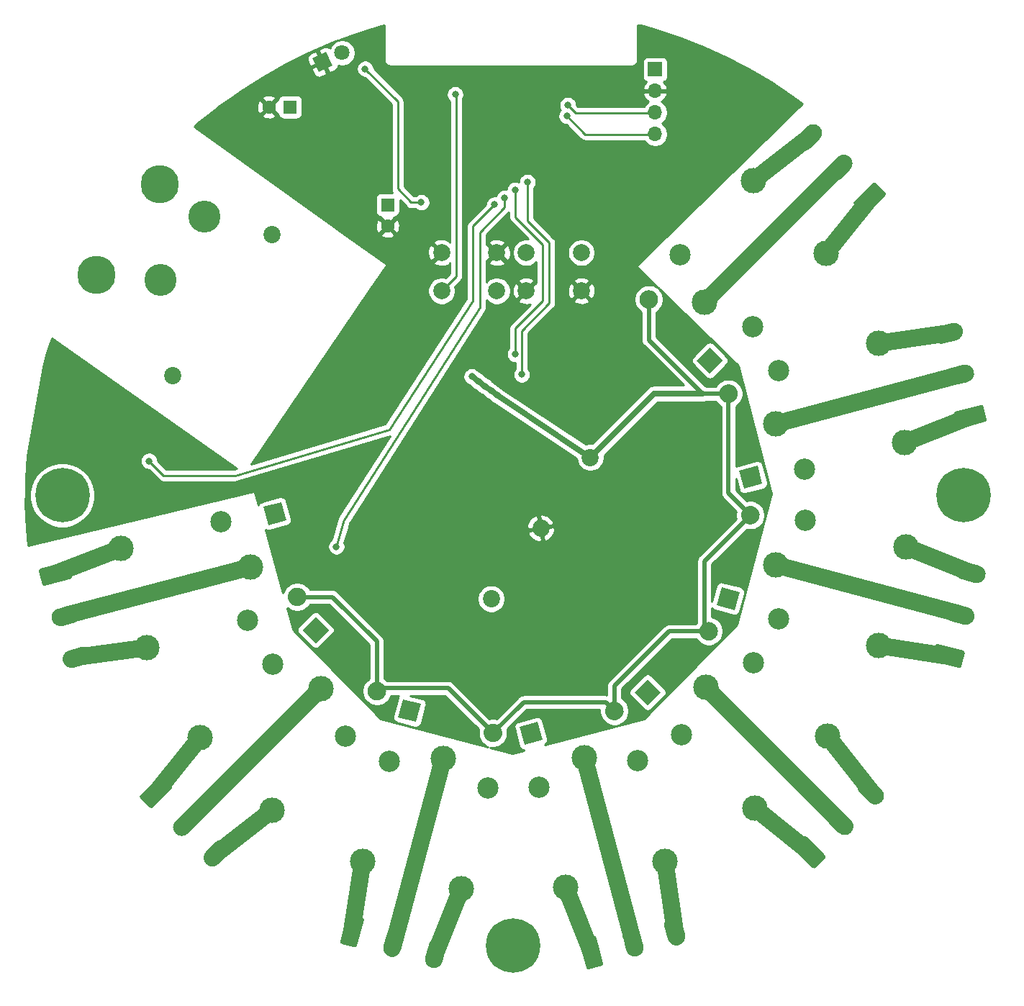
<source format=gbr>
%TF.GenerationSoftware,KiCad,Pcbnew,(5.1.6)-1*%
%TF.CreationDate,2020-11-10T08:59:03-03:00*%
%TF.ProjectId,8rel,3872656c-2e6b-4696-9361-645f70636258,rev?*%
%TF.SameCoordinates,Original*%
%TF.FileFunction,Copper,L2,Bot*%
%TF.FilePolarity,Positive*%
%FSLAX46Y46*%
G04 Gerber Fmt 4.6, Leading zero omitted, Abs format (unit mm)*
G04 Created by KiCad (PCBNEW (5.1.6)-1) date 2020-11-10 08:59:03*
%MOMM*%
%LPD*%
G01*
G04 APERTURE LIST*
%TA.AperFunction,ComponentPad*%
%ADD10C,0.800000*%
%TD*%
%TA.AperFunction,ComponentPad*%
%ADD11C,6.400000*%
%TD*%
%TA.AperFunction,ComponentPad*%
%ADD12C,2.025000*%
%TD*%
%TA.AperFunction,ComponentPad*%
%ADD13C,4.500000*%
%TD*%
%TA.AperFunction,ComponentPad*%
%ADD14C,3.759000*%
%TD*%
%TA.AperFunction,ComponentPad*%
%ADD15O,1.700000X1.700000*%
%TD*%
%TA.AperFunction,ComponentPad*%
%ADD16R,1.700000X1.700000*%
%TD*%
%TA.AperFunction,ComponentPad*%
%ADD17C,1.600000*%
%TD*%
%TA.AperFunction,ComponentPad*%
%ADD18R,1.600000X1.600000*%
%TD*%
%TA.AperFunction,ComponentPad*%
%ADD19C,2.000000*%
%TD*%
%TA.AperFunction,ComponentPad*%
%ADD20C,0.100000*%
%TD*%
%TA.AperFunction,ComponentPad*%
%ADD21C,2.500000*%
%TD*%
%TA.AperFunction,ComponentPad*%
%ADD22C,3.000000*%
%TD*%
%TA.AperFunction,ComponentPad*%
%ADD23C,1.800000*%
%TD*%
%TA.AperFunction,ViaPad*%
%ADD24C,0.800000*%
%TD*%
%TA.AperFunction,Conductor*%
%ADD25C,0.250000*%
%TD*%
%TA.AperFunction,Conductor*%
%ADD26C,2.000000*%
%TD*%
%TA.AperFunction,Conductor*%
%ADD27C,0.500000*%
%TD*%
%TA.AperFunction,Conductor*%
%ADD28C,0.700000*%
%TD*%
%TA.AperFunction,Conductor*%
%ADD29C,0.254000*%
%TD*%
G04 APERTURE END LIST*
D10*
%TO.P,REF\u002A\u002A,1*%
%TO.N,N/C*%
X101697056Y-151302944D03*
X100000000Y-150600000D03*
X98302944Y-151302944D03*
X97600000Y-153000000D03*
X98302944Y-154697056D03*
X100000000Y-155400000D03*
X101697056Y-154697056D03*
X102400000Y-153000000D03*
D11*
X100000000Y-153000000D03*
%TD*%
D10*
%TO.P,REF\u002A\u002A,1*%
%TO.N,N/C*%
X154697056Y-98302944D03*
X153000000Y-97600000D03*
X151302944Y-98302944D03*
X150600000Y-100000000D03*
X151302944Y-101697056D03*
X153000000Y-102400000D03*
X154697056Y-101697056D03*
X155400000Y-100000000D03*
D11*
X153000000Y-100000000D03*
%TD*%
D10*
%TO.P,REF\u002A\u002A,1*%
%TO.N,N/C*%
X48697056Y-98302944D03*
X47000000Y-97600000D03*
X45302944Y-98302944D03*
X44600000Y-100000000D03*
X45302944Y-101697056D03*
X47000000Y-102400000D03*
X48697056Y-101697056D03*
X49400000Y-100000000D03*
D11*
X47000000Y-100000000D03*
%TD*%
D12*
%TO.P,PS1,5*%
%TO.N,+5V*%
X109122574Y-95532551D03*
%TO.P,PS1,4*%
%TO.N,GND*%
X103295038Y-103855135D03*
%TO.P,PS1,3*%
%TO.N,Net-(PS1-Pad3)*%
X97467501Y-112177720D03*
%TO.P,PS1,2*%
%TO.N,Net-(J11-Pad1)*%
X60015870Y-85953806D03*
%TO.P,PS1,1*%
%TO.N,Net-(J11-Pad2)*%
X71670943Y-69308636D03*
%TD*%
D13*
%TO.P,J11,4*%
%TO.N,Net-(J11-Pad4)*%
X58474679Y-63395148D03*
%TO.P,J11,3*%
%TO.N,Net-(J11-Pad3)*%
X51018185Y-74044125D03*
D14*
%TO.P,J11,2*%
%TO.N,Net-(J11-Pad2)*%
X63713131Y-67246268D03*
%TO.P,J11,1*%
%TO.N,Net-(J11-Pad1)*%
X58550943Y-74618636D03*
%TD*%
D15*
%TO.P,J10,4*%
%TO.N,Net-(J10-Pad4)*%
X116750943Y-57498636D03*
%TO.P,J10,3*%
%TO.N,Net-(J10-Pad3)*%
X116750943Y-54958636D03*
%TO.P,J10,2*%
%TO.N,GND*%
X116750943Y-52418636D03*
D16*
%TO.P,J10,1*%
%TO.N,+5V*%
X116750943Y-49878636D03*
%TD*%
D17*
%TO.P,C5,2*%
%TO.N,GND*%
X85270943Y-68318636D03*
D18*
%TO.P,C5,1*%
%TO.N,+3V3*%
X85270943Y-65818636D03*
%TD*%
D17*
%TO.P,C3,2*%
%TO.N,GND*%
X71310943Y-54298636D03*
D18*
%TO.P,C3,1*%
%TO.N,+5V*%
X73810943Y-54298636D03*
%TD*%
D19*
%TO.P,SW2,1*%
%TO.N,/BOOT*%
X108070943Y-71448636D03*
%TO.P,SW2,2*%
%TO.N,GND*%
X108070943Y-75948636D03*
%TO.P,SW2,1*%
%TO.N,/BOOT*%
X101570943Y-71448636D03*
%TO.P,SW2,2*%
%TO.N,GND*%
X101570943Y-75948636D03*
%TD*%
%TO.P,SW1,1*%
%TO.N,GND*%
X98120943Y-71448636D03*
%TO.P,SW1,2*%
%TO.N,/EN*%
X98120943Y-75948636D03*
%TO.P,SW1,1*%
%TO.N,GND*%
X91620943Y-71448636D03*
%TO.P,SW1,2*%
%TO.N,/EN*%
X91620943Y-75948636D03*
%TD*%
%TO.P,D5,2*%
%TO.N,+5V*%
%TA.AperFunction,ComponentPad*%
G36*
G01*
X122263481Y-116778320D02*
X122263481Y-116778320D01*
G75*
G02*
X122263481Y-115222686I777817J777817D01*
G01*
X122263481Y-115222686D01*
G75*
G02*
X123819115Y-115222686I777817J-777817D01*
G01*
X123819115Y-115222686D01*
G75*
G02*
X123819115Y-116778320I-777817J-777817D01*
G01*
X123819115Y-116778320D01*
G75*
G02*
X122263481Y-116778320I-777817J777817D01*
G01*
G37*
%TD.AperFunction*%
%TA.AperFunction,ComponentPad*%
D20*
%TO.P,D5,1*%
%TO.N,Net-(D5-Pad1)*%
G36*
X115857093Y-124740343D02*
G01*
X114301458Y-123184708D01*
X115857093Y-121629073D01*
X117412728Y-123184708D01*
X115857093Y-124740343D01*
G37*
%TD.AperFunction*%
%TD*%
%TA.AperFunction,ComponentPad*%
%TO.P,D8,1*%
%TO.N,Net-(D8-Pad1)*%
G36*
X124740343Y-84142907D02*
G01*
X123184708Y-85698542D01*
X121629073Y-84142907D01*
X123184708Y-82587272D01*
X124740343Y-84142907D01*
G37*
%TD.AperFunction*%
%TO.P,D8,2*%
%TO.N,+5V*%
%TA.AperFunction,ComponentPad*%
G36*
G01*
X116778320Y-77736519D02*
X116778320Y-77736519D01*
G75*
G02*
X115222686Y-77736519I-777817J777817D01*
G01*
X115222686Y-77736519D01*
G75*
G02*
X115222686Y-76180885I777817J777817D01*
G01*
X115222686Y-76180885D01*
G75*
G02*
X116778320Y-76180885I777817J-777817D01*
G01*
X116778320Y-76180885D01*
G75*
G02*
X116778320Y-77736519I-777817J-777817D01*
G01*
G37*
%TD.AperFunction*%
%TD*%
%TA.AperFunction,ComponentPad*%
%TO.P,D7,1*%
%TO.N,Net-(D7-Pad1)*%
G36*
X129354312Y-98637525D02*
G01*
X127229276Y-99206927D01*
X126659874Y-97081891D01*
X128784910Y-96512489D01*
X129354312Y-98637525D01*
G37*
%TD.AperFunction*%
%TO.P,D7,2*%
%TO.N,+5V*%
%TA.AperFunction,ComponentPad*%
G36*
G01*
X125662193Y-89108420D02*
X125662193Y-89108420D01*
G75*
G02*
X124314974Y-88330603I-284701J1062518D01*
G01*
X124314974Y-88330603D01*
G75*
G02*
X125092791Y-86983384I1062518J284701D01*
G01*
X125092791Y-86983384D01*
G75*
G02*
X126440010Y-87761201I284701J-1062518D01*
G01*
X126440010Y-87761201D01*
G75*
G02*
X125662193Y-89108420I-1062518J-284701D01*
G01*
G37*
%TD.AperFunction*%
%TD*%
%TA.AperFunction,ComponentPad*%
%TO.P,D6,1*%
%TO.N,Net-(D6-Pad1)*%
G36*
X126102817Y-113497219D02*
G01*
X123977781Y-112927817D01*
X124547183Y-110802781D01*
X126672219Y-111372183D01*
X126102817Y-113497219D01*
G37*
%TD.AperFunction*%
%TO.P,D6,2*%
%TO.N,+5V*%
%TA.AperFunction,ComponentPad*%
G36*
G01*
X127669900Y-103398712D02*
X127669900Y-103398712D01*
G75*
G02*
X126892083Y-102051493I284701J1062518D01*
G01*
X126892083Y-102051493D01*
G75*
G02*
X128239302Y-101273676I1062518J-284701D01*
G01*
X128239302Y-101273676D01*
G75*
G02*
X129017119Y-102620895I-284701J-1062518D01*
G01*
X129017119Y-102620895D01*
G75*
G02*
X127669900Y-103398712I-1062518J284701D01*
G01*
G37*
%TD.AperFunction*%
%TD*%
%TA.AperFunction,ComponentPad*%
%TO.P,D4,1*%
%TO.N,Net-(D4-Pad1)*%
G36*
X101362474Y-129354312D02*
G01*
X100793072Y-127229276D01*
X102918108Y-126659874D01*
X103487510Y-128784910D01*
X101362474Y-129354312D01*
G37*
%TD.AperFunction*%
%TO.P,D4,2*%
%TO.N,+5V*%
%TA.AperFunction,ComponentPad*%
G36*
G01*
X110891579Y-125662193D02*
X110891579Y-125662193D01*
G75*
G02*
X111669396Y-124314974I1062518J284701D01*
G01*
X111669396Y-124314974D01*
G75*
G02*
X113016615Y-125092791I284701J-1062518D01*
G01*
X113016615Y-125092791D01*
G75*
G02*
X112238798Y-126440010I-1062518J-284701D01*
G01*
X112238798Y-126440010D01*
G75*
G02*
X110891579Y-125662193I-284701J1062518D01*
G01*
G37*
%TD.AperFunction*%
%TD*%
%TA.AperFunction,ComponentPad*%
%TO.P,D3,1*%
%TO.N,Net-(D3-Pad1)*%
G36*
X86502780Y-126102817D02*
G01*
X87072182Y-123977781D01*
X89197218Y-124547183D01*
X88627816Y-126672219D01*
X86502780Y-126102817D01*
G37*
%TD.AperFunction*%
%TO.P,D3,2*%
%TO.N,+5V*%
%TA.AperFunction,ComponentPad*%
G36*
G01*
X96601287Y-127669900D02*
X96601287Y-127669900D01*
G75*
G02*
X97948506Y-126892083I1062518J-284701D01*
G01*
X97948506Y-126892083D01*
G75*
G02*
X98726323Y-128239302I-284701J-1062518D01*
G01*
X98726323Y-128239302D01*
G75*
G02*
X97379104Y-129017119I-1062518J284701D01*
G01*
X97379104Y-129017119D01*
G75*
G02*
X96601287Y-127669900I284701J1062518D01*
G01*
G37*
%TD.AperFunction*%
%TD*%
%TA.AperFunction,ComponentPad*%
%TO.P,D2,1*%
%TO.N,Net-(D2-Pad1)*%
G36*
X75259656Y-115857093D02*
G01*
X76815291Y-114301458D01*
X78370926Y-115857093D01*
X76815291Y-117412728D01*
X75259656Y-115857093D01*
G37*
%TD.AperFunction*%
%TO.P,D2,2*%
%TO.N,+5V*%
%TA.AperFunction,ComponentPad*%
G36*
G01*
X83221679Y-122263481D02*
X83221679Y-122263481D01*
G75*
G02*
X84777313Y-122263481I777817J-777817D01*
G01*
X84777313Y-122263481D01*
G75*
G02*
X84777313Y-123819115I-777817J-777817D01*
G01*
X84777313Y-123819115D01*
G75*
G02*
X83221679Y-123819115I-777817J777817D01*
G01*
X83221679Y-123819115D01*
G75*
G02*
X83221679Y-122263481I777817J777817D01*
G01*
G37*
%TD.AperFunction*%
%TD*%
%TO.P,D1,2*%
%TO.N,+5V*%
%TA.AperFunction,ComponentPad*%
G36*
G01*
X74337807Y-110891579D02*
X74337807Y-110891579D01*
G75*
G02*
X75685026Y-111669396I284701J-1062518D01*
G01*
X75685026Y-111669396D01*
G75*
G02*
X74907209Y-113016615I-1062518J-284701D01*
G01*
X74907209Y-113016615D01*
G75*
G02*
X73559990Y-112238798I-284701J1062518D01*
G01*
X73559990Y-112238798D01*
G75*
G02*
X74337807Y-110891579I1062518J284701D01*
G01*
G37*
%TD.AperFunction*%
%TA.AperFunction,ComponentPad*%
%TO.P,D1,1*%
%TO.N,Net-(D1-Pad1)*%
G36*
X70645688Y-101362474D02*
G01*
X72770724Y-100793072D01*
X73340126Y-102918108D01*
X71215090Y-103487510D01*
X70645688Y-101362474D01*
G37*
%TD.AperFunction*%
%TD*%
D21*
%TO.P,K7,2*%
%TO.N,Net-(D7-Pad1)*%
X134349548Y-96909761D03*
D22*
%TO.P,K7,3*%
%TO.N,Net-(J7-Pad1)*%
X146133843Y-93752169D03*
%TO.P,K7,4*%
%TO.N,Net-(J7-Pad3)*%
X143063369Y-82099822D03*
D21*
%TO.P,K7,5*%
%TO.N,+5V*%
X131243719Y-85318651D03*
D22*
%TO.P,K7,1*%
%TO.N,Net-(J7-Pad2)*%
X130900137Y-91570607D03*
%TD*%
D21*
%TO.P,K8,2*%
%TO.N,Net-(D8-Pad1)*%
X128202461Y-80149001D03*
D22*
%TO.P,K8,3*%
%TO.N,Net-(J8-Pad1)*%
X136829164Y-71522298D03*
%TO.P,K8,4*%
%TO.N,Net-(J8-Pad3)*%
X128343883Y-62966306D03*
D21*
%TO.P,K8,5*%
%TO.N,+5V*%
X119717180Y-71663719D03*
D22*
%TO.P,K8,1*%
%TO.N,Net-(J8-Pad2)*%
X122545607Y-77249863D03*
%TD*%
%TO.P,J8,1*%
%TO.N,Net-(J8-Pad1)*%
%TA.AperFunction,ComponentPad*%
G36*
G01*
X143822864Y-64721843D02*
X141630832Y-66913875D01*
G75*
G02*
X141277280Y-66913875I-176776J176776D01*
G01*
X140160050Y-65796645D01*
G75*
G02*
X140160050Y-65443093I176776J176776D01*
G01*
X142352082Y-63251061D01*
G75*
G02*
X142705634Y-63251061I176776J-176776D01*
G01*
X143822864Y-64368291D01*
G75*
G02*
X143822864Y-64721843I-176776J-176776D01*
G01*
G37*
%TD.AperFunction*%
%TO.P,J8,2*%
%TO.N,Net-(J8-Pad2)*%
%TA.AperFunction,ComponentPad*%
G36*
G01*
X139672147Y-61688356D02*
X138597345Y-62763158D01*
G75*
G02*
X137126563Y-62763158I-735391J735391D01*
G01*
X137126563Y-62763158D01*
G75*
G02*
X137126563Y-61292376I735391J735391D01*
G01*
X138201365Y-60217574D01*
G75*
G02*
X139672147Y-60217574I735391J-735391D01*
G01*
X139672147Y-60217574D01*
G75*
G02*
X139672147Y-61688356I-735391J-735391D01*
G01*
G37*
%TD.AperFunction*%
%TO.P,J8,3*%
%TO.N,Net-(J8-Pad3)*%
%TA.AperFunction,ComponentPad*%
G36*
G01*
X136080044Y-58096253D02*
X135005242Y-59171055D01*
G75*
G02*
X133534460Y-59171055I-735391J735391D01*
G01*
X133534460Y-59171055D01*
G75*
G02*
X133534460Y-57700273I735391J735391D01*
G01*
X134609262Y-56625471D01*
G75*
G02*
X136080044Y-56625471I735391J-735391D01*
G01*
X136080044Y-56625471D01*
G75*
G02*
X136080044Y-58096253I-735391J-735391D01*
G01*
G37*
%TD.AperFunction*%
%TD*%
%TO.P,J7,1*%
%TO.N,Net-(J7-Pad1)*%
%TA.AperFunction,ComponentPad*%
G36*
G01*
X155590793Y-91359651D02*
X152596421Y-92161990D01*
G75*
G02*
X152290236Y-91985215I-64705J241480D01*
G01*
X151881302Y-90459050D01*
G75*
G02*
X152058077Y-90152865I241480J64705D01*
G01*
X155052449Y-89350526D01*
G75*
G02*
X155358634Y-89527301I64705J-241480D01*
G01*
X155767568Y-91053466D01*
G75*
G02*
X155590793Y-91359651I-241480J-64705D01*
G01*
G37*
%TD.AperFunction*%
%TO.P,J7,2*%
%TO.N,Net-(J7-Pad2)*%
%TA.AperFunction,ComponentPad*%
G36*
G01*
X153512909Y-86657215D02*
X152044702Y-87050620D01*
G75*
G02*
X150770967Y-86315229I-269172J1004563D01*
G01*
X150770967Y-86315229D01*
G75*
G02*
X151506358Y-85041494I1004563J269172D01*
G01*
X152974566Y-84648090D01*
G75*
G02*
X154248301Y-85383481I269172J-1004563D01*
G01*
X154248301Y-85383481D01*
G75*
G02*
X153512910Y-86657216I-1004563J-269172D01*
G01*
G37*
%TD.AperFunction*%
%TO.P,J7,3*%
%TO.N,Net-(J7-Pad3)*%
%TA.AperFunction,ComponentPad*%
G36*
G01*
X152198109Y-81750312D02*
X150729902Y-82143717D01*
G75*
G02*
X149456167Y-81408326I-269172J1004563D01*
G01*
X149456167Y-81408326D01*
G75*
G02*
X150191558Y-80134591I1004563J269172D01*
G01*
X151659766Y-79741187D01*
G75*
G02*
X152933501Y-80476578I269172J-1004563D01*
G01*
X152933501Y-80476578D01*
G75*
G02*
X152198110Y-81750313I-1004563J-269172D01*
G01*
G37*
%TD.AperFunction*%
%TD*%
%TO.P,J6,1*%
%TO.N,Net-(J6-Pad1)*%
%TA.AperFunction,ComponentPad*%
G36*
G01*
X152463213Y-120312636D02*
X149468841Y-119510296D01*
G75*
G02*
X149292066Y-119204111I64705J241480D01*
G01*
X149701000Y-117677946D01*
G75*
G02*
X150007185Y-117501171I241480J-64705D01*
G01*
X153001557Y-118303510D01*
G75*
G02*
X153178332Y-118609695I-64705J-241480D01*
G01*
X152769398Y-120135860D01*
G75*
G02*
X152463213Y-120312635I-241480J64705D01*
G01*
G37*
%TD.AperFunction*%
%TO.P,J6,2*%
%TO.N,Net-(J6-Pad2)*%
%TA.AperFunction,ComponentPad*%
G36*
G01*
X153014932Y-115201265D02*
X151546724Y-114807861D01*
G75*
G02*
X150811333Y-113534126I269172J1004563D01*
G01*
X150811333Y-113534126D01*
G75*
G02*
X152085068Y-112798735I1004563J-269172D01*
G01*
X153553276Y-113192139D01*
G75*
G02*
X154288667Y-114465874I-269172J-1004563D01*
G01*
X154288667Y-114465874D01*
G75*
G02*
X153014932Y-115201265I-1004563J269172D01*
G01*
G37*
%TD.AperFunction*%
%TO.P,J6,3*%
%TO.N,Net-(J6-Pad3)*%
%TA.AperFunction,ComponentPad*%
G36*
G01*
X154329732Y-110294362D02*
X152861524Y-109900958D01*
G75*
G02*
X152126133Y-108627223I269172J1004563D01*
G01*
X152126133Y-108627223D01*
G75*
G02*
X153399868Y-107891832I1004563J-269172D01*
G01*
X154868076Y-108285236D01*
G75*
G02*
X155603467Y-109558971I-269172J-1004563D01*
G01*
X155603467Y-109558971D01*
G75*
G02*
X154329732Y-110294362I-1004563J269172D01*
G01*
G37*
%TD.AperFunction*%
%TD*%
%TO.P,J5,1*%
%TO.N,Net-(J5-Pad1)*%
%TA.AperFunction,ComponentPad*%
G36*
G01*
X135278157Y-143822864D02*
X133086125Y-141630832D01*
G75*
G02*
X133086125Y-141277280I176776J176776D01*
G01*
X134203355Y-140160050D01*
G75*
G02*
X134556907Y-140160050I176776J-176776D01*
G01*
X136748939Y-142352082D01*
G75*
G02*
X136748939Y-142705634I-176776J-176776D01*
G01*
X135631709Y-143822864D01*
G75*
G02*
X135278157Y-143822864I-176776J176776D01*
G01*
G37*
%TD.AperFunction*%
%TO.P,J5,2*%
%TO.N,Net-(J5-Pad2)*%
%TA.AperFunction,ComponentPad*%
G36*
G01*
X138311644Y-139672147D02*
X137236842Y-138597345D01*
G75*
G02*
X137236842Y-137126563I735391J735391D01*
G01*
X137236842Y-137126563D01*
G75*
G02*
X138707624Y-137126563I735391J-735391D01*
G01*
X139782426Y-138201365D01*
G75*
G02*
X139782426Y-139672147I-735391J-735391D01*
G01*
X139782426Y-139672147D01*
G75*
G02*
X138311644Y-139672147I-735391J735391D01*
G01*
G37*
%TD.AperFunction*%
%TO.P,J5,3*%
%TO.N,Net-(J5-Pad3)*%
%TA.AperFunction,ComponentPad*%
G36*
G01*
X141903747Y-136080044D02*
X140828945Y-135005242D01*
G75*
G02*
X140828945Y-133534460I735391J735391D01*
G01*
X140828945Y-133534460D01*
G75*
G02*
X142299727Y-133534460I735391J-735391D01*
G01*
X143374529Y-134609262D01*
G75*
G02*
X143374529Y-136080044I-735391J-735391D01*
G01*
X143374529Y-136080044D01*
G75*
G02*
X141903747Y-136080044I-735391J735391D01*
G01*
G37*
%TD.AperFunction*%
%TD*%
%TO.P,J4,1*%
%TO.N,Net-(J4-Pad1)*%
%TA.AperFunction,ComponentPad*%
G36*
G01*
X108640348Y-155590793D02*
X107838009Y-152596421D01*
G75*
G02*
X108014784Y-152290236I241480J64705D01*
G01*
X109540949Y-151881302D01*
G75*
G02*
X109847134Y-152058077I64705J-241480D01*
G01*
X110649473Y-155052449D01*
G75*
G02*
X110472698Y-155358634I-241480J-64705D01*
G01*
X108946533Y-155767568D01*
G75*
G02*
X108640348Y-155590793I-64705J241480D01*
G01*
G37*
%TD.AperFunction*%
%TO.P,J4,2*%
%TO.N,Net-(J4-Pad2)*%
%TA.AperFunction,ComponentPad*%
G36*
G01*
X113342784Y-153512909D02*
X112949379Y-152044702D01*
G75*
G02*
X113684770Y-150770967I1004563J269172D01*
G01*
X113684770Y-150770967D01*
G75*
G02*
X114958505Y-151506358I269172J-1004563D01*
G01*
X115351909Y-152974566D01*
G75*
G02*
X114616518Y-154248301I-1004563J-269172D01*
G01*
X114616518Y-154248301D01*
G75*
G02*
X113342783Y-153512910I-269172J1004563D01*
G01*
G37*
%TD.AperFunction*%
%TO.P,J4,3*%
%TO.N,Net-(J4-Pad3)*%
%TA.AperFunction,ComponentPad*%
G36*
G01*
X118249687Y-152198109D02*
X117856282Y-150729902D01*
G75*
G02*
X118591673Y-149456167I1004563J269172D01*
G01*
X118591673Y-149456167D01*
G75*
G02*
X119865408Y-150191558I269172J-1004563D01*
G01*
X120258812Y-151659766D01*
G75*
G02*
X119523421Y-152933501I-1004563J-269172D01*
G01*
X119523421Y-152933501D01*
G75*
G02*
X118249686Y-152198110I-269172J1004563D01*
G01*
G37*
%TD.AperFunction*%
%TD*%
%TO.P,J3,1*%
%TO.N,Net-(J3-Pad1)*%
%TA.AperFunction,ComponentPad*%
G36*
G01*
X79687364Y-152463212D02*
X80489704Y-149468840D01*
G75*
G02*
X80795889Y-149292065I241480J-64705D01*
G01*
X82322054Y-149700999D01*
G75*
G02*
X82498829Y-150007184I-64705J-241480D01*
G01*
X81696490Y-153001556D01*
G75*
G02*
X81390305Y-153178331I-241480J64705D01*
G01*
X79864140Y-152769397D01*
G75*
G02*
X79687365Y-152463212I64705J241480D01*
G01*
G37*
%TD.AperFunction*%
%TO.P,J3,2*%
%TO.N,Net-(J3-Pad2)*%
%TA.AperFunction,ComponentPad*%
G36*
G01*
X84798735Y-153014931D02*
X85192139Y-151546723D01*
G75*
G02*
X86465874Y-150811332I1004563J-269172D01*
G01*
X86465874Y-150811332D01*
G75*
G02*
X87201265Y-152085067I-269172J-1004563D01*
G01*
X86807861Y-153553275D01*
G75*
G02*
X85534126Y-154288666I-1004563J269172D01*
G01*
X85534126Y-154288666D01*
G75*
G02*
X84798735Y-153014931I269172J1004563D01*
G01*
G37*
%TD.AperFunction*%
%TO.P,J3,3*%
%TO.N,Net-(J3-Pad3)*%
%TA.AperFunction,ComponentPad*%
G36*
G01*
X89705638Y-154329731D02*
X90099042Y-152861523D01*
G75*
G02*
X91372777Y-152126132I1004563J-269172D01*
G01*
X91372777Y-152126132D01*
G75*
G02*
X92108168Y-153399867I-269172J-1004563D01*
G01*
X91714764Y-154868075D01*
G75*
G02*
X90441029Y-155603466I-1004563J269172D01*
G01*
X90441029Y-155603466D01*
G75*
G02*
X89705638Y-154329731I269172J1004563D01*
G01*
G37*
%TD.AperFunction*%
%TD*%
%TO.P,J2,1*%
%TO.N,Net-(J2-Pad1)*%
%TA.AperFunction,ComponentPad*%
G36*
G01*
X56177135Y-135278157D02*
X58369167Y-133086125D01*
G75*
G02*
X58722719Y-133086125I176776J-176776D01*
G01*
X59839949Y-134203355D01*
G75*
G02*
X59839949Y-134556907I-176776J-176776D01*
G01*
X57647917Y-136748939D01*
G75*
G02*
X57294365Y-136748939I-176776J176776D01*
G01*
X56177135Y-135631709D01*
G75*
G02*
X56177135Y-135278157I176776J176776D01*
G01*
G37*
%TD.AperFunction*%
%TO.P,J2,2*%
%TO.N,Net-(J2-Pad2)*%
%TA.AperFunction,ComponentPad*%
G36*
G01*
X60327852Y-138311644D02*
X61402654Y-137236842D01*
G75*
G02*
X62873436Y-137236842I735391J-735391D01*
G01*
X62873436Y-137236842D01*
G75*
G02*
X62873436Y-138707624I-735391J-735391D01*
G01*
X61798634Y-139782426D01*
G75*
G02*
X60327852Y-139782426I-735391J735391D01*
G01*
X60327852Y-139782426D01*
G75*
G02*
X60327852Y-138311644I735391J735391D01*
G01*
G37*
%TD.AperFunction*%
%TO.P,J2,3*%
%TO.N,Net-(J2-Pad3)*%
%TA.AperFunction,ComponentPad*%
G36*
G01*
X63919955Y-141903747D02*
X64994757Y-140828945D01*
G75*
G02*
X66465539Y-140828945I735391J-735391D01*
G01*
X66465539Y-140828945D01*
G75*
G02*
X66465539Y-142299727I-735391J-735391D01*
G01*
X65390737Y-143374529D01*
G75*
G02*
X63919955Y-143374529I-735391J735391D01*
G01*
X63919955Y-143374529D01*
G75*
G02*
X63919955Y-141903747I735391J735391D01*
G01*
G37*
%TD.AperFunction*%
%TD*%
D21*
%TO.P,K6,2*%
%TO.N,Net-(D6-Pad1)*%
X131292700Y-114498548D03*
D22*
%TO.P,K6,3*%
%TO.N,Net-(J6-Pad1)*%
X143076995Y-117656141D03*
%TO.P,K6,4*%
%TO.N,Net-(J6-Pad3)*%
X146244061Y-106029675D03*
D21*
%TO.P,K6,5*%
%TO.N,+5V*%
X134398529Y-102907438D03*
D22*
%TO.P,K6,1*%
%TO.N,Net-(J6-Pad2)*%
X130975000Y-108150000D03*
%TD*%
D21*
%TO.P,K5,2*%
%TO.N,Net-(D5-Pad1)*%
X119850999Y-128202461D03*
D22*
%TO.P,K5,3*%
%TO.N,Net-(J5-Pad1)*%
X128477702Y-136829164D03*
%TO.P,K5,4*%
%TO.N,Net-(J5-Pad3)*%
X137033694Y-128343883D03*
D21*
%TO.P,K5,5*%
%TO.N,+5V*%
X128336281Y-119717180D03*
D22*
%TO.P,K5,1*%
%TO.N,Net-(J5-Pad2)*%
X122750137Y-122545607D03*
%TD*%
D21*
%TO.P,K4,2*%
%TO.N,Net-(D4-Pad1)*%
X103090239Y-134349548D03*
D22*
%TO.P,K4,3*%
%TO.N,Net-(J4-Pad1)*%
X106247831Y-146133843D03*
%TO.P,K4,4*%
%TO.N,Net-(J4-Pad3)*%
X117900178Y-143063369D03*
D21*
%TO.P,K4,5*%
%TO.N,+5V*%
X114681349Y-131243719D03*
D22*
%TO.P,K4,1*%
%TO.N,Net-(J4-Pad2)*%
X108429393Y-130900137D03*
%TD*%
D21*
%TO.P,K3,2*%
%TO.N,Net-(D3-Pad1)*%
X85501452Y-131292700D03*
D22*
%TO.P,K3,3*%
%TO.N,Net-(J3-Pad1)*%
X82343859Y-143076995D03*
%TO.P,K3,4*%
%TO.N,Net-(J3-Pad3)*%
X93970325Y-146244061D03*
D21*
%TO.P,K3,5*%
%TO.N,+5V*%
X97092562Y-134398529D03*
D22*
%TO.P,K3,1*%
%TO.N,Net-(J3-Pad2)*%
X91850000Y-130975000D03*
%TD*%
D21*
%TO.P,K2,2*%
%TO.N,Net-(D2-Pad1)*%
X71797539Y-119850999D03*
D22*
%TO.P,K2,3*%
%TO.N,Net-(J2-Pad1)*%
X63170836Y-128477702D03*
%TO.P,K2,4*%
%TO.N,Net-(J2-Pad3)*%
X71656117Y-137033694D03*
D21*
%TO.P,K2,5*%
%TO.N,+5V*%
X80282820Y-128336281D03*
D22*
%TO.P,K2,1*%
%TO.N,Net-(J2-Pad2)*%
X77454393Y-122750137D03*
%TD*%
%TO.P,K1,1*%
%TO.N,Net-(J1-Pad2)*%
X69099863Y-108429393D03*
D21*
%TO.P,K1,5*%
%TO.N,+5V*%
X68756281Y-114681349D03*
D22*
%TO.P,K1,4*%
%TO.N,Net-(J1-Pad3)*%
X56936631Y-117900178D03*
%TO.P,K1,3*%
%TO.N,Net-(J1-Pad1)*%
X53866157Y-106247831D03*
D21*
%TO.P,K1,2*%
%TO.N,Net-(D1-Pad1)*%
X65650452Y-103090239D03*
%TD*%
%TO.P,J1,3*%
%TO.N,Net-(J1-Pad3)*%
%TA.AperFunction,ComponentPad*%
G36*
G01*
X47801890Y-118249687D02*
X49270097Y-117856282D01*
G75*
G02*
X50543832Y-118591673I269172J-1004563D01*
G01*
X50543832Y-118591673D01*
G75*
G02*
X49808441Y-119865408I-1004563J-269172D01*
G01*
X48340233Y-120258812D01*
G75*
G02*
X47066498Y-119523421I-269172J1004563D01*
G01*
X47066498Y-119523421D01*
G75*
G02*
X47801889Y-118249686I1004563J269172D01*
G01*
G37*
%TD.AperFunction*%
%TO.P,J1,2*%
%TO.N,Net-(J1-Pad2)*%
%TA.AperFunction,ComponentPad*%
G36*
G01*
X46487090Y-113342784D02*
X47955297Y-112949379D01*
G75*
G02*
X49229032Y-113684770I269172J-1004563D01*
G01*
X49229032Y-113684770D01*
G75*
G02*
X48493641Y-114958505I-1004563J-269172D01*
G01*
X47025433Y-115351909D01*
G75*
G02*
X45751698Y-114616518I-269172J1004563D01*
G01*
X45751698Y-114616518D01*
G75*
G02*
X46487089Y-113342783I1004563J269172D01*
G01*
G37*
%TD.AperFunction*%
%TO.P,J1,1*%
%TO.N,Net-(J1-Pad1)*%
%TA.AperFunction,ComponentPad*%
G36*
G01*
X44409206Y-108640348D02*
X47403578Y-107838009D01*
G75*
G02*
X47709763Y-108014784I64705J-241480D01*
G01*
X48118697Y-109540949D01*
G75*
G02*
X47941922Y-109847134I-241480J-64705D01*
G01*
X44947550Y-110649473D01*
G75*
G02*
X44641365Y-110472698I-64705J241480D01*
G01*
X44232431Y-108946533D01*
G75*
G02*
X44409206Y-108640348I241480J64705D01*
G01*
G37*
%TD.AperFunction*%
%TD*%
D23*
%TO.P,D0,2*%
%TO.N,Net-(D0-Pad2)*%
X79926146Y-47943917D03*
%TA.AperFunction,ComponentPad*%
D20*
%TO.P,D0,1*%
%TO.N,GND*%
G36*
X77188803Y-50213400D02*
G01*
X76428091Y-48582046D01*
X78059445Y-47821334D01*
X78820157Y-49452688D01*
X77188803Y-50213400D01*
G37*
%TD.AperFunction*%
%TD*%
D24*
%TO.N,Net-(R3-Pad2)*%
X82620943Y-49818636D03*
X89230943Y-65528636D03*
%TO.N,GND*%
X91382794Y-126837011D03*
X91590707Y-125858864D03*
X93339090Y-127252833D03*
X92568853Y-126066775D03*
X93547002Y-126274687D03*
X92360944Y-127044924D03*
X78957460Y-118596083D03*
X79600248Y-117830039D03*
X80489549Y-119881658D03*
X80366292Y-118472826D03*
X81132337Y-119115614D03*
X79723505Y-119238871D03*
X88560943Y-60818636D03*
X87560943Y-59818636D03*
X88560943Y-58818636D03*
X87560943Y-57818636D03*
X88560943Y-57818636D03*
X87560943Y-56818636D03*
X87560943Y-58818636D03*
X88560943Y-59818636D03*
X88560943Y-56818636D03*
X87560943Y-60818636D03*
X114669549Y-115861658D03*
X113903505Y-115218871D03*
X114546292Y-114452826D03*
X113780248Y-113810039D03*
X115312337Y-115095614D03*
X113137460Y-114576083D03*
X107719323Y-86577937D03*
X115769681Y-96213311D03*
X109270943Y-103688636D03*
X108362111Y-85811893D03*
X109004899Y-85045848D03*
X109647686Y-84279804D03*
X110290474Y-83513760D03*
X108485368Y-87220725D03*
X109128155Y-86454680D03*
X109770943Y-85688636D03*
X110413731Y-84922592D03*
X111056518Y-84156547D03*
X109251412Y-87863512D03*
X109894200Y-87097468D03*
X110536987Y-86331424D03*
X111179775Y-85565379D03*
X111822563Y-84799335D03*
X116735607Y-95954492D03*
X117701534Y-95695673D03*
X118667460Y-95436854D03*
X119633385Y-95178035D03*
X116028501Y-97179237D03*
X116994426Y-96920418D03*
X117960352Y-96661599D03*
X118926279Y-96402780D03*
X119892205Y-96143961D03*
X110270943Y-103688636D03*
X111270943Y-103688636D03*
X112270943Y-103688636D03*
X113270943Y-103688636D03*
X109270943Y-104688636D03*
X110270943Y-104688636D03*
X111270943Y-104688636D03*
X112270943Y-104688636D03*
X113270943Y-104688636D03*
X109270943Y-105688636D03*
X110270943Y-105688636D03*
X111270943Y-105688636D03*
X112270943Y-105688636D03*
X113270943Y-105688636D03*
X94758096Y-95440332D03*
X92791791Y-96505060D03*
X93282942Y-99290516D03*
X91644637Y-98143364D03*
X93365367Y-95685908D03*
X94430095Y-97652212D03*
X93856519Y-98471364D03*
X93610943Y-97078636D03*
X93938944Y-94866756D03*
X93037367Y-97897788D03*
X92218215Y-97324212D03*
X94184519Y-96259484D03*
X92463790Y-98716940D03*
X95003671Y-96833060D03*
X95577249Y-96013908D03*
X122460943Y-57008636D03*
X124460943Y-57008636D03*
X124460943Y-58008636D03*
X125460943Y-58008636D03*
X124460943Y-59008636D03*
X126460943Y-57008636D03*
X123460943Y-58008636D03*
X123460943Y-59008636D03*
X123460943Y-57008636D03*
X122460943Y-58008636D03*
X125460943Y-59008636D03*
X125460943Y-57008636D03*
X122460943Y-59008636D03*
X126460943Y-59008636D03*
X126460943Y-58008636D03*
%TO.N,OUT4*%
X101720943Y-63148636D03*
X101050943Y-85788636D03*
%TO.N,OUT3*%
X100295943Y-64073636D03*
X100295943Y-83393636D03*
%TO.N,OUT2*%
X99045943Y-64998636D03*
X79240943Y-106028636D03*
%TO.N,OUT1*%
X97845943Y-65798636D03*
X57200943Y-95968636D03*
%TO.N,+5V*%
X98142133Y-88237446D03*
X97461902Y-87727677D03*
X96713076Y-87166503D03*
X95964250Y-86605329D03*
X95175410Y-86014169D03*
%TO.N,Net-(J10-Pad3)*%
X106480943Y-54098636D03*
%TO.N,/EN*%
X93220943Y-52828636D03*
%TO.N,Net-(J10-Pad4)*%
X106360943Y-55368636D03*
%TD*%
D25*
%TO.N,Net-(R3-Pad2)*%
X86455942Y-53653635D02*
X82620943Y-49818636D01*
X86455942Y-63933635D02*
X86455942Y-53653635D01*
X89230943Y-65528636D02*
X88050943Y-65528636D01*
X88050943Y-65528636D02*
X86455942Y-63933635D01*
D26*
%TO.N,Net-(J1-Pad3)*%
X48805166Y-119057547D02*
X56936631Y-117900178D01*
%TO.N,Net-(J1-Pad2)*%
X47490365Y-114150644D02*
X69099863Y-108429393D01*
%TO.N,Net-(J1-Pad1)*%
X53866157Y-106247831D02*
X46175564Y-109243741D01*
%TO.N,Net-(J2-Pad3)*%
X71656117Y-137033693D02*
X65192747Y-142101737D01*
%TO.N,Net-(J2-Pad2)*%
X61600645Y-138509634D02*
X77454393Y-122750137D01*
%TO.N,Net-(J2-Pad1)*%
X58008542Y-134917532D02*
X63170835Y-128477702D01*
D25*
%TO.N,OUT4*%
X101720943Y-67718636D02*
X104290943Y-70288636D01*
X101720943Y-63148636D02*
X101720943Y-67718636D01*
X101050943Y-80648636D02*
X101050943Y-85788636D01*
X104290943Y-70288636D02*
X104290943Y-77408636D01*
X104290943Y-77408636D02*
X101050943Y-80648636D01*
X101050943Y-85788636D02*
X101050943Y-85788636D01*
%TO.N,OUT3*%
X100295943Y-67253636D02*
X100295943Y-64073636D01*
X100295943Y-80363636D02*
X103520943Y-77138636D01*
X103520943Y-77138636D02*
X103520943Y-70478636D01*
X103520943Y-70478636D02*
X100295943Y-67253636D01*
X100295943Y-83393636D02*
X100295943Y-83393636D01*
X100295943Y-83393636D02*
X100295943Y-80363636D01*
%TO.N,OUT2*%
X80160943Y-102848636D02*
X80210943Y-102778636D01*
X79240943Y-106028636D02*
X80160943Y-102848636D01*
X80210943Y-102778636D02*
X96120943Y-77898636D01*
X96120943Y-77898636D02*
X96100943Y-69038636D01*
X99045943Y-66093636D02*
X99045943Y-64998636D01*
X96100943Y-69038636D02*
X99045943Y-66093636D01*
%TO.N,OUT1*%
X97845943Y-65798636D02*
X95310943Y-68333636D01*
X67325943Y-97673636D02*
X58905943Y-97673636D01*
X95300943Y-77098636D02*
X85440943Y-92268636D01*
X58905943Y-97673636D02*
X57200943Y-95968636D01*
X85440943Y-92268636D02*
X67325943Y-97673636D01*
X95300943Y-74238636D02*
X95310943Y-74228636D01*
X95310943Y-74228636D02*
X95310943Y-68333636D01*
X95300943Y-77098636D02*
X95300943Y-74238636D01*
D26*
%TO.N,Net-(J3-Pad3)*%
X93970324Y-146244061D02*
X90906903Y-153864800D01*
%TO.N,Net-(J3-Pad2)*%
X86081624Y-152502873D02*
X85999999Y-152549999D01*
X91850000Y-130975000D02*
X86081624Y-152502873D01*
%TO.N,Net-(J3-Pad1)*%
X82343859Y-143076995D02*
X81093097Y-151235198D01*
%TO.N,Net-(J5-Pad3)*%
X137033693Y-128343882D02*
X142101737Y-134807253D01*
%TO.N,Net-(J5-Pad2)*%
X122750137Y-122545607D02*
X138509634Y-138399355D01*
%TO.N,Net-(J5-Pad1)*%
X128477702Y-136829164D02*
X134917532Y-141991457D01*
%TO.N,Net-(J8-Pad3)*%
X128343882Y-62966306D02*
X134807253Y-57898263D01*
%TO.N,Net-(J8-Pad2)*%
X122545607Y-77249863D02*
X138399355Y-61490366D01*
%TO.N,Net-(J8-Pad1)*%
X136829164Y-71522298D02*
X141991457Y-65082468D01*
%TO.N,Net-(J4-Pad3)*%
X119057547Y-151194833D02*
X117900179Y-143063369D01*
%TO.N,Net-(J4-Pad2)*%
X114150644Y-152509635D02*
X108429393Y-130900137D01*
%TO.N,Net-(J4-Pad1)*%
X109243741Y-153824435D02*
X106247831Y-146133842D01*
%TO.N,Net-(J6-Pad3)*%
X146244061Y-106029675D02*
X153864800Y-109093097D01*
%TO.N,Net-(J6-Pad2)*%
X152502873Y-113918376D02*
X152549999Y-114000000D01*
X130975000Y-108150000D02*
X152502873Y-113918376D01*
%TO.N,Net-(J6-Pad1)*%
X151235199Y-118906903D02*
X143076995Y-117656140D01*
%TO.N,Net-(J7-Pad3)*%
X143063369Y-82099821D02*
X151194834Y-80942453D01*
%TO.N,Net-(J7-Pad2)*%
X152509635Y-85849355D02*
X130900137Y-91570607D01*
%TO.N,Net-(J7-Pad1)*%
X153824435Y-90756258D02*
X146133842Y-93752169D01*
D27*
%TO.N,+5V*%
X116000503Y-76958702D02*
X116000503Y-81728196D01*
X122318209Y-88045902D02*
X125377492Y-88045902D01*
X116000503Y-81728196D02*
X122318209Y-88045902D01*
X125377492Y-99759085D02*
X127954601Y-102336194D01*
X125377492Y-88045902D02*
X125377492Y-99759085D01*
X127954601Y-102336194D02*
X122540943Y-107749852D01*
X122540943Y-115500148D02*
X123041298Y-116000503D01*
X122540943Y-107749852D02*
X122540943Y-115500148D01*
X111954097Y-125377492D02*
X111954097Y-122415482D01*
X118369076Y-116000503D02*
X123041298Y-116000503D01*
X111954097Y-122415482D02*
X118369076Y-116000503D01*
X97663805Y-127954601D02*
X101269770Y-124348636D01*
X110925241Y-124348636D02*
X111954097Y-125377492D01*
X101269770Y-124348636D02*
X110925241Y-124348636D01*
X97663805Y-127954601D02*
X92377840Y-122668636D01*
X84372158Y-122668636D02*
X83999496Y-123041298D01*
X92377840Y-122668636D02*
X84372158Y-122668636D01*
X83999496Y-123041298D02*
X83999496Y-117197189D01*
X78756404Y-111954097D02*
X74622508Y-111954097D01*
X83999496Y-117197189D02*
X78756404Y-111954097D01*
D28*
X116609223Y-88045902D02*
X109122574Y-95532551D01*
X122318209Y-88045902D02*
X116609223Y-88045902D01*
X95175410Y-86014169D02*
X95964250Y-86605329D01*
X95964250Y-86605329D02*
X96713076Y-87166503D01*
X96713076Y-87166503D02*
X97461902Y-87727677D01*
X97461902Y-87727677D02*
X98142133Y-88237446D01*
X98142133Y-88237446D02*
X109122574Y-95532551D01*
D25*
%TO.N,Net-(J10-Pad3)*%
X116730943Y-54978636D02*
X107360943Y-54978636D01*
X107360943Y-54978636D02*
X106480943Y-54098636D01*
%TO.N,/EN*%
X91620943Y-75948636D02*
X93320943Y-74248636D01*
X93320943Y-74248636D02*
X93320943Y-52928636D01*
X93320943Y-52928636D02*
X93220943Y-52828636D01*
%TO.N,Net-(J10-Pad4)*%
X116730943Y-57518636D02*
X108510943Y-57518636D01*
X108510943Y-57518636D02*
X106360943Y-55368636D01*
%TD*%
D29*
%TO.N,GND*%
G36*
X114816176Y-44665821D02*
G01*
X115081300Y-44693469D01*
X116786962Y-45167191D01*
X119633698Y-46120905D01*
X122426585Y-47222285D01*
X125158026Y-48468333D01*
X127820525Y-49855635D01*
X130406742Y-51380364D01*
X132909614Y-53038353D01*
X134055440Y-53886897D01*
X114602036Y-72957947D01*
X114584339Y-72979610D01*
X114572921Y-73001733D01*
X114566039Y-73025659D01*
X114563956Y-73050469D01*
X114566754Y-73075207D01*
X114574324Y-73098925D01*
X114586375Y-73120710D01*
X114602446Y-73139725D01*
X126526925Y-84724930D01*
X130439660Y-99828287D01*
X126366775Y-115213637D01*
X115484905Y-126294626D01*
X103775734Y-129353440D01*
X103875944Y-129291126D01*
X103967238Y-129205620D01*
X104040097Y-129103946D01*
X104091720Y-128990011D01*
X104120123Y-128868195D01*
X104124216Y-128743178D01*
X104103840Y-128619765D01*
X103534438Y-126494729D01*
X103490377Y-126377662D01*
X103424324Y-126271440D01*
X103338818Y-126180146D01*
X103237144Y-126107287D01*
X103123209Y-126055664D01*
X103001393Y-126027261D01*
X102876376Y-126023168D01*
X102752963Y-126043544D01*
X100627927Y-126612946D01*
X100510860Y-126657007D01*
X100404638Y-126723060D01*
X100313344Y-126808566D01*
X100240485Y-126910240D01*
X100188862Y-127024175D01*
X100160459Y-127145991D01*
X100156366Y-127271008D01*
X100176742Y-127394421D01*
X100746144Y-129519457D01*
X100790205Y-129636524D01*
X100856258Y-129742746D01*
X100941764Y-129834040D01*
X101043438Y-129906899D01*
X101157373Y-129958522D01*
X101279189Y-129986925D01*
X101342779Y-129989007D01*
X99970954Y-130347372D01*
X97332681Y-129657727D01*
X97492922Y-129689601D01*
X97834688Y-129689601D01*
X98169886Y-129622926D01*
X98485636Y-129492138D01*
X98769803Y-129302264D01*
X99011468Y-129060599D01*
X99201342Y-128776432D01*
X99332130Y-128460682D01*
X99398805Y-128125484D01*
X99398805Y-127783718D01*
X99346952Y-127523033D01*
X101636349Y-125233636D01*
X110219097Y-125233636D01*
X110219097Y-125548375D01*
X110285772Y-125883573D01*
X110416560Y-126199323D01*
X110606434Y-126483490D01*
X110848099Y-126725155D01*
X111132266Y-126915029D01*
X111448016Y-127045817D01*
X111783214Y-127112492D01*
X112124980Y-127112492D01*
X112460178Y-127045817D01*
X112775928Y-126915029D01*
X113060095Y-126725155D01*
X113301760Y-126483490D01*
X113491634Y-126199323D01*
X113622422Y-125883573D01*
X113689097Y-125548375D01*
X113689097Y-125206609D01*
X113622422Y-124871411D01*
X113491634Y-124555661D01*
X113301760Y-124271494D01*
X113060095Y-124029829D01*
X112839097Y-123882163D01*
X112839097Y-123184708D01*
X113663386Y-123184708D01*
X113675646Y-123309190D01*
X113711956Y-123428888D01*
X113770921Y-123539202D01*
X113850273Y-123635893D01*
X115405908Y-125191528D01*
X115502599Y-125270880D01*
X115612913Y-125329845D01*
X115732611Y-125366155D01*
X115857093Y-125378415D01*
X115981575Y-125366155D01*
X116101273Y-125329845D01*
X116211587Y-125270880D01*
X116308278Y-125191528D01*
X117863913Y-123635893D01*
X117943265Y-123539202D01*
X118002230Y-123428888D01*
X118038540Y-123309190D01*
X118050800Y-123184708D01*
X118038540Y-123060226D01*
X118002230Y-122940528D01*
X117943265Y-122830214D01*
X117863913Y-122733523D01*
X116308278Y-121177888D01*
X116211587Y-121098536D01*
X116101273Y-121039571D01*
X115981575Y-121003261D01*
X115857093Y-120991001D01*
X115732611Y-121003261D01*
X115612913Y-121039571D01*
X115502599Y-121098536D01*
X115405908Y-121177888D01*
X113850273Y-122733523D01*
X113770921Y-122830214D01*
X113711956Y-122940528D01*
X113675646Y-123060226D01*
X113663386Y-123184708D01*
X112839097Y-123184708D01*
X112839097Y-122782060D01*
X118735655Y-116885503D01*
X121545969Y-116885503D01*
X121693635Y-117106501D01*
X121935300Y-117348166D01*
X122219467Y-117538040D01*
X122535217Y-117668828D01*
X122870415Y-117735503D01*
X123212181Y-117735503D01*
X123547379Y-117668828D01*
X123863129Y-117538040D01*
X124147296Y-117348166D01*
X124388961Y-117106501D01*
X124578835Y-116822334D01*
X124709623Y-116506584D01*
X124776298Y-116171386D01*
X124776298Y-115829620D01*
X124709623Y-115494422D01*
X124578835Y-115178672D01*
X124388961Y-114894505D01*
X124147296Y-114652840D01*
X123863129Y-114462966D01*
X123547379Y-114332178D01*
X123425943Y-114308023D01*
X123425943Y-113247898D01*
X123498053Y-113348527D01*
X123589347Y-113434033D01*
X123695569Y-113500086D01*
X123812636Y-113544147D01*
X125937672Y-114113549D01*
X126061085Y-114133925D01*
X126186102Y-114129832D01*
X126307918Y-114101429D01*
X126421853Y-114049806D01*
X126523527Y-113976947D01*
X126609033Y-113885653D01*
X126675086Y-113779431D01*
X126719147Y-113662364D01*
X127288549Y-111537328D01*
X127308925Y-111413915D01*
X127304832Y-111288898D01*
X127276429Y-111167082D01*
X127224806Y-111053147D01*
X127151947Y-110951473D01*
X127060653Y-110865967D01*
X126954431Y-110799914D01*
X126837364Y-110755853D01*
X124712328Y-110186451D01*
X124588915Y-110166075D01*
X124463898Y-110170168D01*
X124342082Y-110198571D01*
X124228147Y-110250194D01*
X124126473Y-110323053D01*
X124040967Y-110414347D01*
X123974914Y-110520569D01*
X123930853Y-110637636D01*
X123425943Y-112521985D01*
X123425943Y-108116430D01*
X127523033Y-104019341D01*
X127783718Y-104071194D01*
X128125484Y-104071194D01*
X128460682Y-104004519D01*
X128776432Y-103873731D01*
X129060599Y-103683857D01*
X129302264Y-103442192D01*
X129492138Y-103158025D01*
X129622926Y-102842275D01*
X129689601Y-102507077D01*
X129689601Y-102165311D01*
X129622926Y-101830113D01*
X129492138Y-101514363D01*
X129302264Y-101230196D01*
X129060599Y-100988531D01*
X128776432Y-100798657D01*
X128460682Y-100667869D01*
X128125484Y-100601194D01*
X127783718Y-100601194D01*
X127523033Y-100653047D01*
X126262492Y-99392507D01*
X126262492Y-98064161D01*
X126612946Y-99372072D01*
X126657007Y-99489139D01*
X126723060Y-99595361D01*
X126808566Y-99686655D01*
X126910240Y-99759514D01*
X127024175Y-99811137D01*
X127145991Y-99839540D01*
X127271008Y-99843633D01*
X127394421Y-99823257D01*
X129519457Y-99253855D01*
X129636524Y-99209794D01*
X129742746Y-99143741D01*
X129834040Y-99058235D01*
X129906899Y-98956561D01*
X129958522Y-98842626D01*
X129986925Y-98720810D01*
X129991018Y-98595793D01*
X129970642Y-98472380D01*
X129401240Y-96347344D01*
X129357179Y-96230277D01*
X129291126Y-96124055D01*
X129205620Y-96032761D01*
X129103946Y-95959902D01*
X128990011Y-95908279D01*
X128868195Y-95879876D01*
X128743178Y-95875783D01*
X128619765Y-95896159D01*
X126494729Y-96465561D01*
X126377662Y-96509622D01*
X126271440Y-96575675D01*
X126262492Y-96584056D01*
X126262492Y-89541231D01*
X126483490Y-89393565D01*
X126725155Y-89151900D01*
X126915029Y-88867733D01*
X127045817Y-88551983D01*
X127112492Y-88216785D01*
X127112492Y-87875019D01*
X127045817Y-87539821D01*
X126915029Y-87224071D01*
X126725155Y-86939904D01*
X126483490Y-86698239D01*
X126199323Y-86508365D01*
X125883573Y-86377577D01*
X125548375Y-86310902D01*
X125206609Y-86310902D01*
X124871411Y-86377577D01*
X124555661Y-86508365D01*
X124271494Y-86698239D01*
X124029829Y-86939904D01*
X123882163Y-87160902D01*
X122752024Y-87160902D01*
X122696976Y-87131478D01*
X122637245Y-87113359D01*
X119666793Y-84142907D01*
X120991001Y-84142907D01*
X121003261Y-84267389D01*
X121039571Y-84387087D01*
X121098536Y-84497401D01*
X121177888Y-84594092D01*
X122733523Y-86149727D01*
X122830214Y-86229079D01*
X122940528Y-86288044D01*
X123060226Y-86324354D01*
X123184708Y-86336614D01*
X123309190Y-86324354D01*
X123428888Y-86288044D01*
X123539202Y-86229079D01*
X123635893Y-86149727D01*
X125191528Y-84594092D01*
X125270880Y-84497401D01*
X125329845Y-84387087D01*
X125366155Y-84267389D01*
X125378415Y-84142907D01*
X125366155Y-84018425D01*
X125329845Y-83898727D01*
X125270880Y-83788413D01*
X125191528Y-83691722D01*
X123635893Y-82136087D01*
X123539202Y-82056735D01*
X123428888Y-81997770D01*
X123309190Y-81961460D01*
X123184708Y-81949200D01*
X123060226Y-81961460D01*
X122940528Y-81997770D01*
X122830214Y-82056735D01*
X122733523Y-82136087D01*
X121177888Y-83691722D01*
X121098536Y-83788413D01*
X121039571Y-83898727D01*
X121003261Y-84018425D01*
X120991001Y-84142907D01*
X119666793Y-84142907D01*
X116885503Y-81361618D01*
X116885503Y-78454031D01*
X117106501Y-78306365D01*
X117348166Y-78064700D01*
X117538040Y-77780533D01*
X117668828Y-77464783D01*
X117735503Y-77129585D01*
X117735503Y-76787819D01*
X117668828Y-76452621D01*
X117538040Y-76136871D01*
X117348166Y-75852704D01*
X117106501Y-75611039D01*
X116822334Y-75421165D01*
X116506584Y-75290377D01*
X116171386Y-75223702D01*
X115829620Y-75223702D01*
X115494422Y-75290377D01*
X115178672Y-75421165D01*
X114894505Y-75611039D01*
X114652840Y-75852704D01*
X114462966Y-76136871D01*
X114332178Y-76452621D01*
X114265503Y-76787819D01*
X114265503Y-77129585D01*
X114332178Y-77464783D01*
X114462966Y-77780533D01*
X114652840Y-78064700D01*
X114894505Y-78306365D01*
X115115503Y-78454031D01*
X115115504Y-81684717D01*
X115111222Y-81728196D01*
X115128308Y-81901686D01*
X115178915Y-82068509D01*
X115261093Y-82222255D01*
X115343971Y-82323242D01*
X115343974Y-82323245D01*
X115371687Y-82357013D01*
X115405455Y-82384726D01*
X120081630Y-87060902D01*
X116657603Y-87060902D01*
X116609223Y-87056137D01*
X116560843Y-87060902D01*
X116416129Y-87075155D01*
X116230456Y-87131478D01*
X116059339Y-87222942D01*
X115909353Y-87346032D01*
X115878512Y-87383612D01*
X109361771Y-93900354D01*
X109284839Y-93885051D01*
X108960309Y-93885051D01*
X108642016Y-93948363D01*
X108565668Y-93979987D01*
X98959670Y-87598025D01*
X98946070Y-87577672D01*
X98801907Y-87433509D01*
X98632389Y-87320241D01*
X98472158Y-87253871D01*
X98307796Y-87130697D01*
X98265839Y-87067903D01*
X98121676Y-86923740D01*
X97952158Y-86810472D01*
X97791926Y-86744101D01*
X97558971Y-86569523D01*
X97517013Y-86506729D01*
X97372850Y-86362566D01*
X97203332Y-86249298D01*
X97043100Y-86182927D01*
X96810145Y-86008349D01*
X96768187Y-85945555D01*
X96624024Y-85801392D01*
X96454506Y-85688124D01*
X96294275Y-85621754D01*
X96021304Y-85417188D01*
X95979347Y-85354395D01*
X95835184Y-85210232D01*
X95665666Y-85096964D01*
X95477308Y-85018943D01*
X95277349Y-84979169D01*
X95073471Y-84979169D01*
X94873512Y-85018943D01*
X94685154Y-85096964D01*
X94515636Y-85210232D01*
X94371473Y-85354395D01*
X94258205Y-85523913D01*
X94180184Y-85712271D01*
X94140410Y-85912230D01*
X94140410Y-86116108D01*
X94180184Y-86316067D01*
X94258205Y-86504425D01*
X94371473Y-86673943D01*
X94515636Y-86818106D01*
X94685154Y-86931374D01*
X94845384Y-86997744D01*
X95118357Y-87202311D01*
X95160313Y-87265103D01*
X95304476Y-87409266D01*
X95473994Y-87522534D01*
X95634226Y-87588905D01*
X95867182Y-87763484D01*
X95909139Y-87826277D01*
X96053302Y-87970440D01*
X96222820Y-88083708D01*
X96383052Y-88150079D01*
X96616008Y-88324658D01*
X96657965Y-88387451D01*
X96802128Y-88531614D01*
X96971646Y-88644882D01*
X97131876Y-88711252D01*
X97296239Y-88834426D01*
X97338196Y-88897220D01*
X97482359Y-89041383D01*
X97651877Y-89154651D01*
X97840235Y-89232672D01*
X97868656Y-89238325D01*
X107475074Y-95620567D01*
X107475074Y-95694816D01*
X107538386Y-96013109D01*
X107662578Y-96312935D01*
X107842877Y-96582771D01*
X108072354Y-96812248D01*
X108342190Y-96992547D01*
X108642016Y-97116739D01*
X108960309Y-97180051D01*
X109284839Y-97180051D01*
X109603132Y-97116739D01*
X109902958Y-96992547D01*
X110172794Y-96812248D01*
X110402271Y-96582771D01*
X110582570Y-96312935D01*
X110706762Y-96013109D01*
X110770074Y-95694816D01*
X110770074Y-95370286D01*
X110754771Y-95293354D01*
X117017224Y-89030902D01*
X122366589Y-89030902D01*
X122511303Y-89016649D01*
X122696976Y-88960326D01*
X122752024Y-88930902D01*
X123882163Y-88930902D01*
X124029829Y-89151900D01*
X124271494Y-89393565D01*
X124492492Y-89541231D01*
X124492493Y-99715606D01*
X124488211Y-99759085D01*
X124505297Y-99932575D01*
X124555904Y-100099398D01*
X124638082Y-100253144D01*
X124720960Y-100354131D01*
X124720963Y-100354134D01*
X124748676Y-100387902D01*
X124782443Y-100415614D01*
X126271454Y-101904626D01*
X126219601Y-102165311D01*
X126219601Y-102507077D01*
X126271454Y-102767762D01*
X121945899Y-107093318D01*
X121912126Y-107121035D01*
X121801532Y-107255794D01*
X121719354Y-107409540D01*
X121693993Y-107493144D01*
X121668748Y-107576362D01*
X121667841Y-107585572D01*
X121655943Y-107706376D01*
X121655943Y-107706383D01*
X121651662Y-107749852D01*
X121655943Y-107793321D01*
X121655944Y-114950914D01*
X121545969Y-115115503D01*
X118412541Y-115115503D01*
X118369075Y-115111222D01*
X118325609Y-115115503D01*
X118325599Y-115115503D01*
X118195586Y-115128308D01*
X118028763Y-115178914D01*
X117875017Y-115261092D01*
X117875015Y-115261093D01*
X117875016Y-115261093D01*
X117774029Y-115343971D01*
X117774027Y-115343973D01*
X117740259Y-115371686D01*
X117712546Y-115405454D01*
X111359049Y-121758952D01*
X111325281Y-121786665D01*
X111297568Y-121820433D01*
X111297565Y-121820436D01*
X111214687Y-121921423D01*
X111132509Y-122075169D01*
X111081902Y-122241992D01*
X111064816Y-122415482D01*
X111069098Y-122458961D01*
X111069098Y-123473522D01*
X110968718Y-123463636D01*
X110968710Y-123463636D01*
X110925241Y-123459355D01*
X110881772Y-123463636D01*
X101313239Y-123463636D01*
X101269770Y-123459355D01*
X101226301Y-123463636D01*
X101226293Y-123463636D01*
X101096280Y-123476441D01*
X100929456Y-123527047D01*
X100775711Y-123609225D01*
X100674723Y-123692104D01*
X100674721Y-123692106D01*
X100640953Y-123719819D01*
X100613240Y-123753587D01*
X98095373Y-126271454D01*
X97834688Y-126219601D01*
X97492922Y-126219601D01*
X97232237Y-126271454D01*
X93034374Y-122073592D01*
X93006657Y-122039819D01*
X92871899Y-121929225D01*
X92718153Y-121847047D01*
X92551330Y-121796441D01*
X92421317Y-121783636D01*
X92421309Y-121783636D01*
X92377840Y-121779355D01*
X92334371Y-121783636D01*
X85195495Y-121783636D01*
X85105494Y-121693635D01*
X84884496Y-121545969D01*
X84884496Y-117240658D01*
X84888777Y-117197189D01*
X84884496Y-117153720D01*
X84884496Y-117153712D01*
X84871691Y-117023699D01*
X84821085Y-116856876D01*
X84738907Y-116703130D01*
X84716034Y-116675259D01*
X84656028Y-116602142D01*
X84656026Y-116602140D01*
X84628313Y-116568372D01*
X84594545Y-116540659D01*
X80069341Y-112015455D01*
X95820001Y-112015455D01*
X95820001Y-112339985D01*
X95883313Y-112658278D01*
X96007505Y-112958104D01*
X96187804Y-113227940D01*
X96417281Y-113457417D01*
X96687117Y-113637716D01*
X96986943Y-113761908D01*
X97305236Y-113825220D01*
X97629766Y-113825220D01*
X97948059Y-113761908D01*
X98247885Y-113637716D01*
X98517721Y-113457417D01*
X98747198Y-113227940D01*
X98927497Y-112958104D01*
X99051689Y-112658278D01*
X99115001Y-112339985D01*
X99115001Y-112015455D01*
X99051689Y-111697162D01*
X98927497Y-111397336D01*
X98747198Y-111127500D01*
X98517721Y-110898023D01*
X98247885Y-110717724D01*
X97948059Y-110593532D01*
X97629766Y-110530220D01*
X97305236Y-110530220D01*
X96986943Y-110593532D01*
X96687117Y-110717724D01*
X96417281Y-110898023D01*
X96187804Y-111127500D01*
X96007505Y-111397336D01*
X95883313Y-111697162D01*
X95820001Y-112015455D01*
X80069341Y-112015455D01*
X79412938Y-111359053D01*
X79385221Y-111325280D01*
X79250463Y-111214686D01*
X79096717Y-111132508D01*
X78929894Y-111081902D01*
X78799881Y-111069097D01*
X78799873Y-111069097D01*
X78756404Y-111064816D01*
X78712935Y-111069097D01*
X76117837Y-111069097D01*
X75970171Y-110848099D01*
X75728506Y-110606434D01*
X75444339Y-110416560D01*
X75128589Y-110285772D01*
X74793391Y-110219097D01*
X74451625Y-110219097D01*
X74116427Y-110285772D01*
X73800677Y-110416560D01*
X73516510Y-110606434D01*
X73274845Y-110848099D01*
X73084971Y-111132266D01*
X72954183Y-111448016D01*
X72951246Y-111462784D01*
X70868920Y-104020653D01*
X70896054Y-104040097D01*
X71009989Y-104091720D01*
X71131805Y-104120123D01*
X71256822Y-104124216D01*
X71380235Y-104103840D01*
X73505271Y-103534438D01*
X73622338Y-103490377D01*
X73728560Y-103424324D01*
X73819854Y-103338818D01*
X73892713Y-103237144D01*
X73944336Y-103123209D01*
X73972739Y-103001393D01*
X73976832Y-102876376D01*
X73956456Y-102752963D01*
X73387054Y-100627927D01*
X73342993Y-100510860D01*
X73276940Y-100404638D01*
X73191434Y-100313344D01*
X73089760Y-100240485D01*
X72975825Y-100188862D01*
X72854009Y-100160459D01*
X72728992Y-100156366D01*
X72605579Y-100176742D01*
X70480543Y-100746144D01*
X70363476Y-100790205D01*
X70257254Y-100856258D01*
X70165960Y-100941764D01*
X70093101Y-101043438D01*
X70057731Y-101121502D01*
X69633246Y-99604415D01*
X69626278Y-99585469D01*
X69613690Y-99563990D01*
X69597153Y-99545379D01*
X69577303Y-99530352D01*
X69554902Y-99519487D01*
X69530813Y-99513200D01*
X69505960Y-99511734D01*
X69481298Y-99515144D01*
X42975441Y-105878023D01*
X42793254Y-103978337D01*
X42663443Y-100978920D01*
X42675800Y-99622285D01*
X43165000Y-99622285D01*
X43165000Y-100377715D01*
X43312377Y-101118628D01*
X43601467Y-101816554D01*
X44021161Y-102444670D01*
X44555330Y-102978839D01*
X45183446Y-103398533D01*
X45881372Y-103687623D01*
X46622285Y-103835000D01*
X47377715Y-103835000D01*
X48118628Y-103687623D01*
X48816554Y-103398533D01*
X49444670Y-102978839D01*
X49978839Y-102444670D01*
X50398533Y-101816554D01*
X50687623Y-101118628D01*
X50835000Y-100377715D01*
X50835000Y-99622285D01*
X50687623Y-98881372D01*
X50398533Y-98183446D01*
X49978839Y-97555330D01*
X49444670Y-97021161D01*
X48816554Y-96601467D01*
X48118628Y-96312377D01*
X47377715Y-96165000D01*
X46622285Y-96165000D01*
X45881372Y-96312377D01*
X45183446Y-96601467D01*
X44555330Y-97021161D01*
X44021161Y-97555330D01*
X43601467Y-98183446D01*
X43312377Y-98881372D01*
X43165000Y-99622285D01*
X42675800Y-99622285D01*
X42690789Y-97976815D01*
X42856424Y-95285555D01*
X44707865Y-84866864D01*
X45167191Y-83213038D01*
X45735547Y-81516556D01*
X67550141Y-96813634D01*
X67214981Y-96913636D01*
X59220745Y-96913636D01*
X58235943Y-95928835D01*
X58235943Y-95866697D01*
X58196169Y-95666738D01*
X58118148Y-95478380D01*
X58004880Y-95308862D01*
X57860717Y-95164699D01*
X57691199Y-95051431D01*
X57502841Y-94973410D01*
X57302882Y-94933636D01*
X57099004Y-94933636D01*
X56899045Y-94973410D01*
X56710687Y-95051431D01*
X56541169Y-95164699D01*
X56397006Y-95308862D01*
X56283738Y-95478380D01*
X56205717Y-95666738D01*
X56165943Y-95866697D01*
X56165943Y-96070575D01*
X56205717Y-96270534D01*
X56283738Y-96458892D01*
X56397006Y-96628410D01*
X56541169Y-96772573D01*
X56710687Y-96885841D01*
X56899045Y-96963862D01*
X57099004Y-97003636D01*
X57161142Y-97003636D01*
X58342144Y-98184639D01*
X58365942Y-98213637D01*
X58394940Y-98237435D01*
X58481666Y-98308610D01*
X58613696Y-98379182D01*
X58756957Y-98422639D01*
X58868610Y-98433636D01*
X58868619Y-98433636D01*
X58905942Y-98437312D01*
X58943265Y-98433636D01*
X67324339Y-98433636D01*
X67397328Y-98433969D01*
X67435859Y-98426487D01*
X67474929Y-98422639D01*
X67545047Y-98401369D01*
X85541722Y-93031676D01*
X79581166Y-102352773D01*
X79576202Y-102359722D01*
X79564409Y-102371823D01*
X79532747Y-102420559D01*
X79520807Y-102437275D01*
X79512448Y-102451805D01*
X79482850Y-102497363D01*
X79475176Y-102516588D01*
X79464858Y-102534522D01*
X79447484Y-102585962D01*
X79441257Y-102601561D01*
X79435537Y-102621334D01*
X79416952Y-102676357D01*
X79414774Y-102693102D01*
X78706611Y-105140881D01*
X78581169Y-105224699D01*
X78437006Y-105368862D01*
X78323738Y-105538380D01*
X78245717Y-105726738D01*
X78205943Y-105926697D01*
X78205943Y-106130575D01*
X78245717Y-106330534D01*
X78323738Y-106518892D01*
X78437006Y-106688410D01*
X78581169Y-106832573D01*
X78750687Y-106945841D01*
X78939045Y-107023862D01*
X79139004Y-107063636D01*
X79342882Y-107063636D01*
X79542841Y-107023862D01*
X79731199Y-106945841D01*
X79900717Y-106832573D01*
X80044880Y-106688410D01*
X80158148Y-106518892D01*
X80236169Y-106330534D01*
X80275943Y-106130575D01*
X80275943Y-105926697D01*
X80236169Y-105726738D01*
X80167448Y-105560832D01*
X80470711Y-104512596D01*
X101775719Y-104512596D01*
X101933177Y-104796368D01*
X102142970Y-105043969D01*
X102397037Y-105245883D01*
X102685614Y-105394352D01*
X102997609Y-105483669D01*
X103196864Y-105507693D01*
X103428933Y-105345856D01*
X103192021Y-104002259D01*
X101848424Y-104239171D01*
X101775719Y-104512596D01*
X80470711Y-104512596D01*
X80689323Y-103756961D01*
X101642480Y-103756961D01*
X101804317Y-103989030D01*
X101979435Y-103958152D01*
X103442162Y-103958152D01*
X103679074Y-105301749D01*
X103952499Y-105374454D01*
X104236271Y-105216996D01*
X104483872Y-105007203D01*
X104685786Y-104753136D01*
X104834255Y-104464559D01*
X104923572Y-104152564D01*
X104947596Y-103953309D01*
X104785759Y-103721240D01*
X103442162Y-103958152D01*
X101979435Y-103958152D01*
X103147914Y-103752118D01*
X102911002Y-102408521D01*
X102745127Y-102364414D01*
X103161143Y-102364414D01*
X103398055Y-103708011D01*
X104741652Y-103471099D01*
X104814357Y-103197674D01*
X104656899Y-102913902D01*
X104447106Y-102666301D01*
X104193039Y-102464387D01*
X103904462Y-102315918D01*
X103592467Y-102226601D01*
X103393212Y-102202577D01*
X103161143Y-102364414D01*
X102745127Y-102364414D01*
X102637577Y-102335816D01*
X102353805Y-102493274D01*
X102106204Y-102703067D01*
X101904290Y-102957134D01*
X101755821Y-103245711D01*
X101666504Y-103557706D01*
X101642480Y-103756961D01*
X80689323Y-103756961D01*
X80855648Y-103182056D01*
X80860820Y-103173066D01*
X96737448Y-78345255D01*
X96756873Y-78321477D01*
X96777670Y-78282357D01*
X96781336Y-78276624D01*
X96795204Y-78249375D01*
X96827146Y-78189290D01*
X96829118Y-78182736D01*
X96832223Y-78176635D01*
X96850675Y-78111090D01*
X96870280Y-78045931D01*
X96870935Y-78039121D01*
X96872791Y-78032529D01*
X96878100Y-77964654D01*
X96881025Y-77934253D01*
X96881010Y-77927454D01*
X96884465Y-77883278D01*
X96880841Y-77852784D01*
X96878959Y-77018891D01*
X97078691Y-77218623D01*
X97346480Y-77397554D01*
X97644031Y-77520804D01*
X97959910Y-77583636D01*
X98281976Y-77583636D01*
X98597855Y-77520804D01*
X98895406Y-77397554D01*
X99163195Y-77218623D01*
X99390930Y-76990888D01*
X99569861Y-76723099D01*
X99693111Y-76425548D01*
X99755943Y-76109669D01*
X99755943Y-76011231D01*
X99929225Y-76011231D01*
X99972982Y-76330311D01*
X100078148Y-76634724D01*
X100171129Y-76808680D01*
X100435530Y-76904444D01*
X101391338Y-75948636D01*
X100435530Y-74992828D01*
X100171129Y-75088592D01*
X100030239Y-75378207D01*
X99948559Y-75689744D01*
X99929225Y-76011231D01*
X99755943Y-76011231D01*
X99755943Y-75787603D01*
X99693111Y-75471724D01*
X99569861Y-75174173D01*
X99390930Y-74906384D01*
X99297769Y-74813223D01*
X100615135Y-74813223D01*
X101570943Y-75769031D01*
X102526751Y-74813223D01*
X102430987Y-74548822D01*
X102141372Y-74407932D01*
X101829835Y-74326252D01*
X101508348Y-74306918D01*
X101189268Y-74350675D01*
X100884855Y-74455841D01*
X100710899Y-74548822D01*
X100615135Y-74813223D01*
X99297769Y-74813223D01*
X99163195Y-74678649D01*
X98895406Y-74499718D01*
X98597855Y-74376468D01*
X98281976Y-74313636D01*
X97959910Y-74313636D01*
X97644031Y-74376468D01*
X97346480Y-74499718D01*
X97078691Y-74678649D01*
X96874138Y-74883202D01*
X96868948Y-72584049D01*
X97165135Y-72584049D01*
X97260899Y-72848450D01*
X97550514Y-72989340D01*
X97862051Y-73071020D01*
X98183538Y-73090354D01*
X98502618Y-73046597D01*
X98807031Y-72941431D01*
X98980987Y-72848450D01*
X99076751Y-72584049D01*
X98120943Y-71628241D01*
X97165135Y-72584049D01*
X96868948Y-72584049D01*
X96868446Y-72362037D01*
X96985530Y-72404444D01*
X97941338Y-71448636D01*
X98300548Y-71448636D01*
X99256356Y-72404444D01*
X99520757Y-72308680D01*
X99661647Y-72019065D01*
X99743327Y-71707528D01*
X99762661Y-71386041D01*
X99718904Y-71066961D01*
X99613738Y-70762548D01*
X99520757Y-70588592D01*
X99256356Y-70492828D01*
X98300548Y-71448636D01*
X97941338Y-71448636D01*
X96985530Y-70492828D01*
X96864326Y-70536727D01*
X96863822Y-70313223D01*
X97165135Y-70313223D01*
X98120943Y-71269031D01*
X99076751Y-70313223D01*
X98980987Y-70048822D01*
X98691372Y-69907932D01*
X98379835Y-69826252D01*
X98058348Y-69806918D01*
X97739268Y-69850675D01*
X97434855Y-69955841D01*
X97260899Y-70048822D01*
X97165135Y-70313223D01*
X96863822Y-70313223D01*
X96861653Y-69352727D01*
X99535943Y-66678438D01*
X99535943Y-67216313D01*
X99532267Y-67253636D01*
X99535943Y-67290958D01*
X99535943Y-67290968D01*
X99546940Y-67402621D01*
X99578704Y-67507335D01*
X99590397Y-67545882D01*
X99660969Y-67677912D01*
X99694391Y-67718636D01*
X99755942Y-67793637D01*
X99784946Y-67817440D01*
X101793349Y-69825844D01*
X101731976Y-69813636D01*
X101409910Y-69813636D01*
X101094031Y-69876468D01*
X100796480Y-69999718D01*
X100528691Y-70178649D01*
X100300956Y-70406384D01*
X100122025Y-70674173D01*
X99998775Y-70971724D01*
X99935943Y-71287603D01*
X99935943Y-71609669D01*
X99998775Y-71925548D01*
X100122025Y-72223099D01*
X100300956Y-72490888D01*
X100528691Y-72718623D01*
X100796480Y-72897554D01*
X101094031Y-73020804D01*
X101409910Y-73083636D01*
X101731976Y-73083636D01*
X102047855Y-73020804D01*
X102345406Y-72897554D01*
X102613195Y-72718623D01*
X102760944Y-72570874D01*
X102760943Y-75012599D01*
X102706356Y-74992828D01*
X101750548Y-75948636D01*
X101764691Y-75962779D01*
X101585086Y-76142384D01*
X101570943Y-76128241D01*
X100615135Y-77084049D01*
X100710899Y-77348450D01*
X101000514Y-77489340D01*
X101312051Y-77571020D01*
X101633538Y-77590354D01*
X101952618Y-77546597D01*
X102083342Y-77501436D01*
X99784941Y-79799837D01*
X99755943Y-79823635D01*
X99732145Y-79852633D01*
X99732144Y-79852634D01*
X99660969Y-79939360D01*
X99590397Y-80071390D01*
X99571328Y-80134255D01*
X99546941Y-80214650D01*
X99543514Y-80249445D01*
X99532267Y-80363636D01*
X99535944Y-80400968D01*
X99535943Y-82689925D01*
X99492006Y-82733862D01*
X99378738Y-82903380D01*
X99300717Y-83091738D01*
X99260943Y-83291697D01*
X99260943Y-83495575D01*
X99300717Y-83695534D01*
X99378738Y-83883892D01*
X99492006Y-84053410D01*
X99636169Y-84197573D01*
X99805687Y-84310841D01*
X99994045Y-84388862D01*
X100194004Y-84428636D01*
X100290944Y-84428636D01*
X100290944Y-85084924D01*
X100247006Y-85128862D01*
X100133738Y-85298380D01*
X100055717Y-85486738D01*
X100015943Y-85686697D01*
X100015943Y-85890575D01*
X100055717Y-86090534D01*
X100133738Y-86278892D01*
X100247006Y-86448410D01*
X100391169Y-86592573D01*
X100560687Y-86705841D01*
X100749045Y-86783862D01*
X100949004Y-86823636D01*
X101152882Y-86823636D01*
X101352841Y-86783862D01*
X101541199Y-86705841D01*
X101710717Y-86592573D01*
X101854880Y-86448410D01*
X101968148Y-86278892D01*
X102046169Y-86090534D01*
X102085943Y-85890575D01*
X102085943Y-85686697D01*
X102046169Y-85486738D01*
X101968148Y-85298380D01*
X101854880Y-85128862D01*
X101810943Y-85084925D01*
X101810943Y-80963437D01*
X104801946Y-77972435D01*
X104830944Y-77948637D01*
X104870438Y-77900514D01*
X104925917Y-77832913D01*
X104996489Y-77700883D01*
X105003237Y-77678637D01*
X105039946Y-77557622D01*
X105050943Y-77445969D01*
X105050943Y-77445959D01*
X105054619Y-77408636D01*
X105050943Y-77371313D01*
X105050943Y-77084049D01*
X107115135Y-77084049D01*
X107210899Y-77348450D01*
X107500514Y-77489340D01*
X107812051Y-77571020D01*
X108133538Y-77590354D01*
X108452618Y-77546597D01*
X108757031Y-77441431D01*
X108930987Y-77348450D01*
X109026751Y-77084049D01*
X108070943Y-76128241D01*
X107115135Y-77084049D01*
X105050943Y-77084049D01*
X105050943Y-76011231D01*
X106429225Y-76011231D01*
X106472982Y-76330311D01*
X106578148Y-76634724D01*
X106671129Y-76808680D01*
X106935530Y-76904444D01*
X107891338Y-75948636D01*
X108250548Y-75948636D01*
X109206356Y-76904444D01*
X109470757Y-76808680D01*
X109611647Y-76519065D01*
X109693327Y-76207528D01*
X109712661Y-75886041D01*
X109668904Y-75566961D01*
X109563738Y-75262548D01*
X109470757Y-75088592D01*
X109206356Y-74992828D01*
X108250548Y-75948636D01*
X107891338Y-75948636D01*
X106935530Y-74992828D01*
X106671129Y-75088592D01*
X106530239Y-75378207D01*
X106448559Y-75689744D01*
X106429225Y-76011231D01*
X105050943Y-76011231D01*
X105050943Y-74813223D01*
X107115135Y-74813223D01*
X108070943Y-75769031D01*
X109026751Y-74813223D01*
X108930987Y-74548822D01*
X108641372Y-74407932D01*
X108329835Y-74326252D01*
X108008348Y-74306918D01*
X107689268Y-74350675D01*
X107384855Y-74455841D01*
X107210899Y-74548822D01*
X107115135Y-74813223D01*
X105050943Y-74813223D01*
X105050943Y-71287603D01*
X106435943Y-71287603D01*
X106435943Y-71609669D01*
X106498775Y-71925548D01*
X106622025Y-72223099D01*
X106800956Y-72490888D01*
X107028691Y-72718623D01*
X107296480Y-72897554D01*
X107594031Y-73020804D01*
X107909910Y-73083636D01*
X108231976Y-73083636D01*
X108547855Y-73020804D01*
X108845406Y-72897554D01*
X109113195Y-72718623D01*
X109340930Y-72490888D01*
X109519861Y-72223099D01*
X109643111Y-71925548D01*
X109705943Y-71609669D01*
X109705943Y-71287603D01*
X109643111Y-70971724D01*
X109519861Y-70674173D01*
X109340930Y-70406384D01*
X109113195Y-70178649D01*
X108845406Y-69999718D01*
X108547855Y-69876468D01*
X108231976Y-69813636D01*
X107909910Y-69813636D01*
X107594031Y-69876468D01*
X107296480Y-69999718D01*
X107028691Y-70178649D01*
X106800956Y-70406384D01*
X106622025Y-70674173D01*
X106498775Y-70971724D01*
X106435943Y-71287603D01*
X105050943Y-71287603D01*
X105050943Y-70325959D01*
X105054619Y-70288636D01*
X105050943Y-70251313D01*
X105050943Y-70251303D01*
X105039946Y-70139650D01*
X104996489Y-69996389D01*
X104925917Y-69864360D01*
X104830944Y-69748635D01*
X104801947Y-69724838D01*
X102480943Y-67403835D01*
X102480943Y-63852347D01*
X102524880Y-63808410D01*
X102638148Y-63638892D01*
X102716169Y-63450534D01*
X102755943Y-63250575D01*
X102755943Y-63046697D01*
X102716169Y-62846738D01*
X102638148Y-62658380D01*
X102524880Y-62488862D01*
X102380717Y-62344699D01*
X102211199Y-62231431D01*
X102022841Y-62153410D01*
X101822882Y-62113636D01*
X101619004Y-62113636D01*
X101419045Y-62153410D01*
X101230687Y-62231431D01*
X101061169Y-62344699D01*
X100917006Y-62488862D01*
X100803738Y-62658380D01*
X100725717Y-62846738D01*
X100685943Y-63046697D01*
X100685943Y-63114903D01*
X100597841Y-63078410D01*
X100397882Y-63038636D01*
X100194004Y-63038636D01*
X99994045Y-63078410D01*
X99805687Y-63156431D01*
X99636169Y-63269699D01*
X99492006Y-63413862D01*
X99378738Y-63583380D01*
X99300717Y-63771738D01*
X99260943Y-63971697D01*
X99260943Y-63986125D01*
X99147882Y-63963636D01*
X98944004Y-63963636D01*
X98744045Y-64003410D01*
X98555687Y-64081431D01*
X98386169Y-64194699D01*
X98242006Y-64338862D01*
X98128738Y-64508380D01*
X98050717Y-64696738D01*
X98034003Y-64780766D01*
X97947882Y-64763636D01*
X97744004Y-64763636D01*
X97544045Y-64803410D01*
X97355687Y-64881431D01*
X97186169Y-64994699D01*
X97042006Y-65138862D01*
X96928738Y-65308380D01*
X96850717Y-65496738D01*
X96810943Y-65696697D01*
X96810943Y-65758833D01*
X94799941Y-67769837D01*
X94770943Y-67793635D01*
X94747145Y-67822633D01*
X94747144Y-67822634D01*
X94675969Y-67909360D01*
X94605397Y-68041390D01*
X94577753Y-68132525D01*
X94565455Y-68173068D01*
X94561941Y-68184651D01*
X94547267Y-68333636D01*
X94550944Y-68370968D01*
X94550943Y-74099783D01*
X94537267Y-74238636D01*
X94540944Y-74275968D01*
X94540943Y-76873351D01*
X84955955Y-91620235D01*
X69198750Y-96321736D01*
X83205420Y-75787603D01*
X89985943Y-75787603D01*
X89985943Y-76109669D01*
X90048775Y-76425548D01*
X90172025Y-76723099D01*
X90350956Y-76990888D01*
X90578691Y-77218623D01*
X90846480Y-77397554D01*
X91144031Y-77520804D01*
X91459910Y-77583636D01*
X91781976Y-77583636D01*
X92097855Y-77520804D01*
X92395406Y-77397554D01*
X92663195Y-77218623D01*
X92890930Y-76990888D01*
X93069861Y-76723099D01*
X93193111Y-76425548D01*
X93255943Y-76109669D01*
X93255943Y-75787603D01*
X93193111Y-75471724D01*
X93187120Y-75457261D01*
X93831947Y-74812434D01*
X93860944Y-74788637D01*
X93892206Y-74750544D01*
X93955917Y-74672913D01*
X94026489Y-74540883D01*
X94038976Y-74499718D01*
X94069946Y-74397622D01*
X94080943Y-74285969D01*
X94080943Y-74285960D01*
X94084619Y-74248637D01*
X94080943Y-74211314D01*
X94080943Y-55266697D01*
X105325943Y-55266697D01*
X105325943Y-55470575D01*
X105365717Y-55670534D01*
X105443738Y-55858892D01*
X105557006Y-56028410D01*
X105701169Y-56172573D01*
X105870687Y-56285841D01*
X106059045Y-56363862D01*
X106259004Y-56403636D01*
X106321142Y-56403636D01*
X107947144Y-58029639D01*
X107970942Y-58058637D01*
X108086667Y-58153610D01*
X108218696Y-58224182D01*
X108361957Y-58267639D01*
X108473610Y-58278636D01*
X108473619Y-58278636D01*
X108510942Y-58282312D01*
X108548265Y-58278636D01*
X115486128Y-58278636D01*
X115597468Y-58445268D01*
X115804311Y-58652111D01*
X116047532Y-58814626D01*
X116317785Y-58926568D01*
X116604683Y-58983636D01*
X116897203Y-58983636D01*
X117184101Y-58926568D01*
X117454354Y-58814626D01*
X117697575Y-58652111D01*
X117904418Y-58445268D01*
X118066933Y-58202047D01*
X118178875Y-57931794D01*
X118235943Y-57644896D01*
X118235943Y-57352376D01*
X118178875Y-57065478D01*
X118066933Y-56795225D01*
X117904418Y-56552004D01*
X117697575Y-56345161D01*
X117523183Y-56228636D01*
X117697575Y-56112111D01*
X117904418Y-55905268D01*
X118066933Y-55662047D01*
X118178875Y-55391794D01*
X118235943Y-55104896D01*
X118235943Y-54812376D01*
X118178875Y-54525478D01*
X118066933Y-54255225D01*
X117904418Y-54012004D01*
X117697575Y-53805161D01*
X117515409Y-53683441D01*
X117632298Y-53613814D01*
X117848531Y-53418905D01*
X118022584Y-53185556D01*
X118147768Y-52922735D01*
X118192419Y-52775526D01*
X118071098Y-52545636D01*
X116877943Y-52545636D01*
X116877943Y-52565636D01*
X116623943Y-52565636D01*
X116623943Y-52545636D01*
X115430788Y-52545636D01*
X115309467Y-52775526D01*
X115354118Y-52922735D01*
X115479302Y-53185556D01*
X115653355Y-53418905D01*
X115869588Y-53613814D01*
X115986477Y-53683441D01*
X115804311Y-53805161D01*
X115597468Y-54012004D01*
X115459401Y-54218636D01*
X107675745Y-54218636D01*
X107515943Y-54058834D01*
X107515943Y-53996697D01*
X107476169Y-53796738D01*
X107398148Y-53608380D01*
X107284880Y-53438862D01*
X107140717Y-53294699D01*
X106971199Y-53181431D01*
X106782841Y-53103410D01*
X106582882Y-53063636D01*
X106379004Y-53063636D01*
X106179045Y-53103410D01*
X105990687Y-53181431D01*
X105821169Y-53294699D01*
X105677006Y-53438862D01*
X105563738Y-53608380D01*
X105485717Y-53796738D01*
X105445943Y-53996697D01*
X105445943Y-54200575D01*
X105485717Y-54400534D01*
X105563738Y-54588892D01*
X105609095Y-54656773D01*
X105557006Y-54708862D01*
X105443738Y-54878380D01*
X105365717Y-55066738D01*
X105325943Y-55266697D01*
X94080943Y-55266697D01*
X94080943Y-53404506D01*
X94138148Y-53318892D01*
X94216169Y-53130534D01*
X94255943Y-52930575D01*
X94255943Y-52726697D01*
X94216169Y-52526738D01*
X94138148Y-52338380D01*
X94024880Y-52168862D01*
X93880717Y-52024699D01*
X93711199Y-51911431D01*
X93522841Y-51833410D01*
X93322882Y-51793636D01*
X93119004Y-51793636D01*
X92919045Y-51833410D01*
X92730687Y-51911431D01*
X92561169Y-52024699D01*
X92417006Y-52168862D01*
X92303738Y-52338380D01*
X92225717Y-52526738D01*
X92185943Y-52726697D01*
X92185943Y-52930575D01*
X92225717Y-53130534D01*
X92303738Y-53318892D01*
X92417006Y-53488410D01*
X92560944Y-53632348D01*
X92560943Y-70269578D01*
X92480987Y-70048822D01*
X92191372Y-69907932D01*
X91879835Y-69826252D01*
X91558348Y-69806918D01*
X91239268Y-69850675D01*
X90934855Y-69955841D01*
X90760899Y-70048822D01*
X90665135Y-70313223D01*
X91620943Y-71269031D01*
X91635086Y-71254889D01*
X91814691Y-71434494D01*
X91800548Y-71448636D01*
X91814691Y-71462779D01*
X91635086Y-71642384D01*
X91620943Y-71628241D01*
X90665135Y-72584049D01*
X90760899Y-72848450D01*
X91050514Y-72989340D01*
X91362051Y-73071020D01*
X91683538Y-73090354D01*
X92002618Y-73046597D01*
X92307031Y-72941431D01*
X92480987Y-72848450D01*
X92560943Y-72627694D01*
X92560943Y-73933834D01*
X92112318Y-74382459D01*
X92097855Y-74376468D01*
X91781976Y-74313636D01*
X91459910Y-74313636D01*
X91144031Y-74376468D01*
X90846480Y-74499718D01*
X90578691Y-74678649D01*
X90350956Y-74906384D01*
X90172025Y-75174173D01*
X90048775Y-75471724D01*
X89985943Y-75787603D01*
X83205420Y-75787603D01*
X85140859Y-72950201D01*
X85151697Y-72930885D01*
X85159666Y-72907299D01*
X85162881Y-72882611D01*
X85161217Y-72857770D01*
X85154739Y-72833731D01*
X85143696Y-72811418D01*
X85128512Y-72791688D01*
X85109771Y-72775299D01*
X83340455Y-71511231D01*
X89979225Y-71511231D01*
X90022982Y-71830311D01*
X90128148Y-72134724D01*
X90221129Y-72308680D01*
X90485530Y-72404444D01*
X91441338Y-71448636D01*
X90485530Y-70492828D01*
X90221129Y-70588592D01*
X90080239Y-70878207D01*
X89998559Y-71189744D01*
X89979225Y-71511231D01*
X83340455Y-71511231D01*
X80261263Y-69311338D01*
X84457846Y-69311338D01*
X84529429Y-69555307D01*
X84784939Y-69676207D01*
X85059127Y-69744936D01*
X85341455Y-69758853D01*
X85621073Y-69717423D01*
X85887235Y-69622239D01*
X86012457Y-69555307D01*
X86084040Y-69311338D01*
X85270943Y-68498241D01*
X84457846Y-69311338D01*
X80261263Y-69311338D01*
X78970473Y-68389148D01*
X83830726Y-68389148D01*
X83872156Y-68668766D01*
X83967340Y-68934928D01*
X84034272Y-69060150D01*
X84278241Y-69131733D01*
X85091338Y-68318636D01*
X85450548Y-68318636D01*
X86263645Y-69131733D01*
X86507614Y-69060150D01*
X86628514Y-68804640D01*
X86697243Y-68530452D01*
X86711160Y-68248124D01*
X86669730Y-67968506D01*
X86574546Y-67702344D01*
X86507614Y-67577122D01*
X86263645Y-67505539D01*
X85450548Y-68318636D01*
X85091338Y-68318636D01*
X84278241Y-67505539D01*
X84034272Y-67577122D01*
X83913372Y-67832632D01*
X83844643Y-68106820D01*
X83830726Y-68389148D01*
X78970473Y-68389148D01*
X62509546Y-56628828D01*
X63156179Y-56057175D01*
X64119722Y-55291338D01*
X70497846Y-55291338D01*
X70569429Y-55535307D01*
X70824939Y-55656207D01*
X71099127Y-55724936D01*
X71381455Y-55738853D01*
X71661073Y-55697423D01*
X71927235Y-55602239D01*
X72052457Y-55535307D01*
X72124040Y-55291338D01*
X71310943Y-54478241D01*
X70497846Y-55291338D01*
X64119722Y-55291338D01*
X65279983Y-54369148D01*
X69870726Y-54369148D01*
X69912156Y-54648766D01*
X70007340Y-54914928D01*
X70074272Y-55040150D01*
X70318241Y-55111733D01*
X71131338Y-54298636D01*
X71490548Y-54298636D01*
X72303645Y-55111733D01*
X72372871Y-55091421D01*
X72372871Y-55098636D01*
X72385131Y-55223118D01*
X72421441Y-55342816D01*
X72480406Y-55453130D01*
X72559758Y-55549821D01*
X72656449Y-55629173D01*
X72766763Y-55688138D01*
X72886461Y-55724448D01*
X73010943Y-55736708D01*
X74610943Y-55736708D01*
X74735425Y-55724448D01*
X74855123Y-55688138D01*
X74965437Y-55629173D01*
X75062128Y-55549821D01*
X75141480Y-55453130D01*
X75200445Y-55342816D01*
X75236755Y-55223118D01*
X75249015Y-55098636D01*
X75249015Y-53498636D01*
X75236755Y-53374154D01*
X75200445Y-53254456D01*
X75141480Y-53144142D01*
X75062128Y-53047451D01*
X74965437Y-52968099D01*
X74855123Y-52909134D01*
X74735425Y-52872824D01*
X74610943Y-52860564D01*
X73010943Y-52860564D01*
X72886461Y-52872824D01*
X72766763Y-52909134D01*
X72656449Y-52968099D01*
X72559758Y-53047451D01*
X72480406Y-53144142D01*
X72421441Y-53254456D01*
X72385131Y-53374154D01*
X72372871Y-53498636D01*
X72372871Y-53505851D01*
X72303645Y-53485539D01*
X71490548Y-54298636D01*
X71131338Y-54298636D01*
X70318241Y-53485539D01*
X70074272Y-53557122D01*
X69953372Y-53812632D01*
X69884643Y-54086820D01*
X69870726Y-54369148D01*
X65279983Y-54369148D01*
X65506442Y-54189156D01*
X66745674Y-53305934D01*
X70497846Y-53305934D01*
X71310943Y-54119031D01*
X72124040Y-53305934D01*
X72052457Y-53061965D01*
X71796947Y-52941065D01*
X71522759Y-52872336D01*
X71240431Y-52858419D01*
X70960813Y-52899849D01*
X70694651Y-52995033D01*
X70569429Y-53061965D01*
X70497846Y-53305934D01*
X66745674Y-53305934D01*
X67951290Y-52446671D01*
X70483956Y-50834543D01*
X72092889Y-49925063D01*
X76353705Y-49925063D01*
X76610514Y-50483061D01*
X76674234Y-50590699D01*
X76757728Y-50683837D01*
X76857789Y-50758896D01*
X76970570Y-50812992D01*
X77091737Y-50844046D01*
X77216636Y-50850866D01*
X77340464Y-50833187D01*
X77458464Y-50791690D01*
X78013866Y-50529313D01*
X78090651Y-50318346D01*
X77562695Y-49186141D01*
X76430490Y-49714096D01*
X76353705Y-49925063D01*
X72092889Y-49925063D01*
X73097528Y-49357172D01*
X74597800Y-48609879D01*
X75790625Y-48609879D01*
X75808304Y-48733707D01*
X75849801Y-48851707D01*
X76112178Y-49407109D01*
X76323145Y-49483894D01*
X77455350Y-48955938D01*
X76927395Y-47823733D01*
X76716428Y-47746948D01*
X76158430Y-48003757D01*
X76050792Y-48067477D01*
X75957654Y-48150971D01*
X75882595Y-48251032D01*
X75828499Y-48363813D01*
X75797445Y-48484980D01*
X75790625Y-48609879D01*
X74597800Y-48609879D01*
X75784838Y-48018610D01*
X78538518Y-46822526D01*
X79389607Y-46504687D01*
X79199051Y-46583618D01*
X78947641Y-46751605D01*
X78733834Y-46965412D01*
X78565847Y-47216822D01*
X78504056Y-47365997D01*
X78490520Y-47350897D01*
X78390459Y-47275838D01*
X78277678Y-47221742D01*
X78156511Y-47190688D01*
X78031612Y-47183868D01*
X77907784Y-47201547D01*
X77789784Y-47243044D01*
X77234382Y-47505421D01*
X77157597Y-47716388D01*
X77685553Y-48848593D01*
X77703679Y-48840141D01*
X77811024Y-49070344D01*
X77792898Y-49078796D01*
X78320853Y-50211001D01*
X78531820Y-50287786D01*
X79089818Y-50030977D01*
X79197456Y-49967257D01*
X79290594Y-49883763D01*
X79365653Y-49783702D01*
X79397792Y-49716697D01*
X81585943Y-49716697D01*
X81585943Y-49920575D01*
X81625717Y-50120534D01*
X81703738Y-50308892D01*
X81817006Y-50478410D01*
X81961169Y-50622573D01*
X82130687Y-50735841D01*
X82319045Y-50813862D01*
X82519004Y-50853636D01*
X82581142Y-50853636D01*
X85695943Y-53968438D01*
X85695942Y-63896313D01*
X85692266Y-63933635D01*
X85695942Y-63970957D01*
X85695942Y-63970967D01*
X85706939Y-64082620D01*
X85740937Y-64194699D01*
X85750396Y-64225881D01*
X85820968Y-64357911D01*
X85839263Y-64380203D01*
X85839559Y-64380564D01*
X84470943Y-64380564D01*
X84346461Y-64392824D01*
X84226763Y-64429134D01*
X84116449Y-64488099D01*
X84019758Y-64567451D01*
X83940406Y-64664142D01*
X83881441Y-64774456D01*
X83845131Y-64894154D01*
X83832871Y-65018636D01*
X83832871Y-66618636D01*
X83845131Y-66743118D01*
X83881441Y-66862816D01*
X83940406Y-66973130D01*
X84019758Y-67069821D01*
X84116449Y-67149173D01*
X84226763Y-67208138D01*
X84346461Y-67244448D01*
X84470943Y-67256708D01*
X84478158Y-67256708D01*
X84457846Y-67325934D01*
X85270943Y-68139031D01*
X86084040Y-67325934D01*
X86063728Y-67256708D01*
X86070943Y-67256708D01*
X86195425Y-67244448D01*
X86315123Y-67208138D01*
X86425437Y-67149173D01*
X86522128Y-67069821D01*
X86601480Y-66973130D01*
X86660445Y-66862816D01*
X86696755Y-66743118D01*
X86709015Y-66618636D01*
X86709015Y-65261509D01*
X87487144Y-66039639D01*
X87510942Y-66068637D01*
X87539940Y-66092435D01*
X87626666Y-66163610D01*
X87758696Y-66234182D01*
X87901957Y-66277639D01*
X88013610Y-66288636D01*
X88013619Y-66288636D01*
X88050942Y-66292312D01*
X88088265Y-66288636D01*
X88527232Y-66288636D01*
X88571169Y-66332573D01*
X88740687Y-66445841D01*
X88929045Y-66523862D01*
X89129004Y-66563636D01*
X89332882Y-66563636D01*
X89532841Y-66523862D01*
X89721199Y-66445841D01*
X89890717Y-66332573D01*
X90034880Y-66188410D01*
X90148148Y-66018892D01*
X90226169Y-65830534D01*
X90265943Y-65630575D01*
X90265943Y-65426697D01*
X90226169Y-65226738D01*
X90148148Y-65038380D01*
X90034880Y-64868862D01*
X89890717Y-64724699D01*
X89721199Y-64611431D01*
X89532841Y-64533410D01*
X89332882Y-64493636D01*
X89129004Y-64493636D01*
X88929045Y-64533410D01*
X88740687Y-64611431D01*
X88571169Y-64724699D01*
X88527232Y-64768636D01*
X88365745Y-64768636D01*
X87215942Y-63618834D01*
X87215942Y-53690968D01*
X87219619Y-53653635D01*
X87204945Y-53504649D01*
X87161488Y-53361388D01*
X87090916Y-53229359D01*
X87019741Y-53142632D01*
X86995943Y-53113634D01*
X86966945Y-53089836D01*
X83655943Y-49778835D01*
X83655943Y-49716697D01*
X83616169Y-49516738D01*
X83538148Y-49328380D01*
X83424880Y-49158862D01*
X83280717Y-49014699D01*
X83111199Y-48901431D01*
X82922841Y-48823410D01*
X82722882Y-48783636D01*
X82519004Y-48783636D01*
X82319045Y-48823410D01*
X82130687Y-48901431D01*
X81961169Y-49014699D01*
X81817006Y-49158862D01*
X81703738Y-49328380D01*
X81625717Y-49516738D01*
X81585943Y-49716697D01*
X79397792Y-49716697D01*
X79419749Y-49670921D01*
X79450803Y-49549754D01*
X79457623Y-49424855D01*
X79455569Y-49410470D01*
X79478403Y-49419928D01*
X79774962Y-49478917D01*
X80077330Y-49478917D01*
X80373889Y-49419928D01*
X80653241Y-49304216D01*
X80904651Y-49136229D01*
X81118458Y-48922422D01*
X81286445Y-48671012D01*
X81402157Y-48391660D01*
X81461146Y-48095101D01*
X81461146Y-47792733D01*
X81402157Y-47496174D01*
X81286445Y-47216822D01*
X81118458Y-46965412D01*
X80904651Y-46751605D01*
X80653241Y-46583618D01*
X80373889Y-46467906D01*
X80077330Y-46408917D01*
X79774962Y-46408917D01*
X79499143Y-46463781D01*
X81351024Y-45772197D01*
X84218633Y-44869246D01*
X84890402Y-44686715D01*
X84888299Y-48786267D01*
X84885090Y-48818812D01*
X84891413Y-48883096D01*
X84897766Y-48947939D01*
X84897804Y-48948065D01*
X84897817Y-48948196D01*
X84916366Y-49009368D01*
X84935442Y-49072368D01*
X84935506Y-49072488D01*
X84935543Y-49072610D01*
X84965416Y-49128515D01*
X84996669Y-49187057D01*
X84996752Y-49187159D01*
X84996814Y-49187274D01*
X85037228Y-49236530D01*
X85079094Y-49287597D01*
X85079196Y-49287681D01*
X85079279Y-49287782D01*
X85130095Y-49329496D01*
X85179550Y-49370125D01*
X85179662Y-49370185D01*
X85179767Y-49370271D01*
X85238424Y-49401633D01*
X85294175Y-49431469D01*
X85294298Y-49431506D01*
X85294417Y-49431570D01*
X85357016Y-49450567D01*
X85418566Y-49469273D01*
X85418698Y-49469286D01*
X85418823Y-49469324D01*
X85484172Y-49475768D01*
X85547942Y-49482082D01*
X85580487Y-49478894D01*
X114009234Y-49482247D01*
X114040933Y-49485443D01*
X114074085Y-49482255D01*
X114074799Y-49482255D01*
X114106090Y-49479177D01*
X114170344Y-49472998D01*
X114171041Y-49472788D01*
X114171765Y-49472717D01*
X114233203Y-49454087D01*
X114294840Y-49435544D01*
X114295484Y-49435202D01*
X114296179Y-49434991D01*
X114352845Y-49404712D01*
X114409638Y-49374523D01*
X114410201Y-49374063D01*
X114410843Y-49373720D01*
X114460485Y-49332990D01*
X114510326Y-49292278D01*
X114510790Y-49291715D01*
X114511351Y-49291255D01*
X114552099Y-49241616D01*
X114593034Y-49191970D01*
X114593378Y-49191329D01*
X114593840Y-49190767D01*
X114624041Y-49134279D01*
X114654583Y-49077455D01*
X114654797Y-49076754D01*
X114655138Y-49076117D01*
X114669547Y-49028636D01*
X115262871Y-49028636D01*
X115262871Y-50728636D01*
X115275131Y-50853118D01*
X115311441Y-50972816D01*
X115370406Y-51083130D01*
X115449758Y-51179821D01*
X115546449Y-51259173D01*
X115656763Y-51318138D01*
X115737409Y-51342602D01*
X115653355Y-51418367D01*
X115479302Y-51651716D01*
X115354118Y-51914537D01*
X115309467Y-52061746D01*
X115430788Y-52291636D01*
X116623943Y-52291636D01*
X116623943Y-52271636D01*
X116877943Y-52271636D01*
X116877943Y-52291636D01*
X118071098Y-52291636D01*
X118192419Y-52061746D01*
X118147768Y-51914537D01*
X118022584Y-51651716D01*
X117848531Y-51418367D01*
X117764477Y-51342602D01*
X117845123Y-51318138D01*
X117955437Y-51259173D01*
X118052128Y-51179821D01*
X118131480Y-51083130D01*
X118190445Y-50972816D01*
X118226755Y-50853118D01*
X118239015Y-50728636D01*
X118239015Y-49028636D01*
X118226755Y-48904154D01*
X118190445Y-48784456D01*
X118131480Y-48674142D01*
X118052128Y-48577451D01*
X117955437Y-48498099D01*
X117845123Y-48439134D01*
X117725425Y-48402824D01*
X117600943Y-48390564D01*
X115900943Y-48390564D01*
X115776461Y-48402824D01*
X115656763Y-48439134D01*
X115546449Y-48498099D01*
X115449758Y-48577451D01*
X115370406Y-48674142D01*
X115311441Y-48784456D01*
X115275131Y-48904154D01*
X115262871Y-49028636D01*
X114669547Y-49028636D01*
X114673705Y-49014938D01*
X114692609Y-48953132D01*
X114692682Y-48952405D01*
X114692893Y-48951711D01*
X114699188Y-48887877D01*
X114702382Y-48856190D01*
X114702384Y-48855465D01*
X114705651Y-48822330D01*
X114702533Y-48790631D01*
X114712048Y-44657673D01*
X114816176Y-44665821D01*
G37*
X114816176Y-44665821D02*
X115081300Y-44693469D01*
X116786962Y-45167191D01*
X119633698Y-46120905D01*
X122426585Y-47222285D01*
X125158026Y-48468333D01*
X127820525Y-49855635D01*
X130406742Y-51380364D01*
X132909614Y-53038353D01*
X134055440Y-53886897D01*
X114602036Y-72957947D01*
X114584339Y-72979610D01*
X114572921Y-73001733D01*
X114566039Y-73025659D01*
X114563956Y-73050469D01*
X114566754Y-73075207D01*
X114574324Y-73098925D01*
X114586375Y-73120710D01*
X114602446Y-73139725D01*
X126526925Y-84724930D01*
X130439660Y-99828287D01*
X126366775Y-115213637D01*
X115484905Y-126294626D01*
X103775734Y-129353440D01*
X103875944Y-129291126D01*
X103967238Y-129205620D01*
X104040097Y-129103946D01*
X104091720Y-128990011D01*
X104120123Y-128868195D01*
X104124216Y-128743178D01*
X104103840Y-128619765D01*
X103534438Y-126494729D01*
X103490377Y-126377662D01*
X103424324Y-126271440D01*
X103338818Y-126180146D01*
X103237144Y-126107287D01*
X103123209Y-126055664D01*
X103001393Y-126027261D01*
X102876376Y-126023168D01*
X102752963Y-126043544D01*
X100627927Y-126612946D01*
X100510860Y-126657007D01*
X100404638Y-126723060D01*
X100313344Y-126808566D01*
X100240485Y-126910240D01*
X100188862Y-127024175D01*
X100160459Y-127145991D01*
X100156366Y-127271008D01*
X100176742Y-127394421D01*
X100746144Y-129519457D01*
X100790205Y-129636524D01*
X100856258Y-129742746D01*
X100941764Y-129834040D01*
X101043438Y-129906899D01*
X101157373Y-129958522D01*
X101279189Y-129986925D01*
X101342779Y-129989007D01*
X99970954Y-130347372D01*
X97332681Y-129657727D01*
X97492922Y-129689601D01*
X97834688Y-129689601D01*
X98169886Y-129622926D01*
X98485636Y-129492138D01*
X98769803Y-129302264D01*
X99011468Y-129060599D01*
X99201342Y-128776432D01*
X99332130Y-128460682D01*
X99398805Y-128125484D01*
X99398805Y-127783718D01*
X99346952Y-127523033D01*
X101636349Y-125233636D01*
X110219097Y-125233636D01*
X110219097Y-125548375D01*
X110285772Y-125883573D01*
X110416560Y-126199323D01*
X110606434Y-126483490D01*
X110848099Y-126725155D01*
X111132266Y-126915029D01*
X111448016Y-127045817D01*
X111783214Y-127112492D01*
X112124980Y-127112492D01*
X112460178Y-127045817D01*
X112775928Y-126915029D01*
X113060095Y-126725155D01*
X113301760Y-126483490D01*
X113491634Y-126199323D01*
X113622422Y-125883573D01*
X113689097Y-125548375D01*
X113689097Y-125206609D01*
X113622422Y-124871411D01*
X113491634Y-124555661D01*
X113301760Y-124271494D01*
X113060095Y-124029829D01*
X112839097Y-123882163D01*
X112839097Y-123184708D01*
X113663386Y-123184708D01*
X113675646Y-123309190D01*
X113711956Y-123428888D01*
X113770921Y-123539202D01*
X113850273Y-123635893D01*
X115405908Y-125191528D01*
X115502599Y-125270880D01*
X115612913Y-125329845D01*
X115732611Y-125366155D01*
X115857093Y-125378415D01*
X115981575Y-125366155D01*
X116101273Y-125329845D01*
X116211587Y-125270880D01*
X116308278Y-125191528D01*
X117863913Y-123635893D01*
X117943265Y-123539202D01*
X118002230Y-123428888D01*
X118038540Y-123309190D01*
X118050800Y-123184708D01*
X118038540Y-123060226D01*
X118002230Y-122940528D01*
X117943265Y-122830214D01*
X117863913Y-122733523D01*
X116308278Y-121177888D01*
X116211587Y-121098536D01*
X116101273Y-121039571D01*
X115981575Y-121003261D01*
X115857093Y-120991001D01*
X115732611Y-121003261D01*
X115612913Y-121039571D01*
X115502599Y-121098536D01*
X115405908Y-121177888D01*
X113850273Y-122733523D01*
X113770921Y-122830214D01*
X113711956Y-122940528D01*
X113675646Y-123060226D01*
X113663386Y-123184708D01*
X112839097Y-123184708D01*
X112839097Y-122782060D01*
X118735655Y-116885503D01*
X121545969Y-116885503D01*
X121693635Y-117106501D01*
X121935300Y-117348166D01*
X122219467Y-117538040D01*
X122535217Y-117668828D01*
X122870415Y-117735503D01*
X123212181Y-117735503D01*
X123547379Y-117668828D01*
X123863129Y-117538040D01*
X124147296Y-117348166D01*
X124388961Y-117106501D01*
X124578835Y-116822334D01*
X124709623Y-116506584D01*
X124776298Y-116171386D01*
X124776298Y-115829620D01*
X124709623Y-115494422D01*
X124578835Y-115178672D01*
X124388961Y-114894505D01*
X124147296Y-114652840D01*
X123863129Y-114462966D01*
X123547379Y-114332178D01*
X123425943Y-114308023D01*
X123425943Y-113247898D01*
X123498053Y-113348527D01*
X123589347Y-113434033D01*
X123695569Y-113500086D01*
X123812636Y-113544147D01*
X125937672Y-114113549D01*
X126061085Y-114133925D01*
X126186102Y-114129832D01*
X126307918Y-114101429D01*
X126421853Y-114049806D01*
X126523527Y-113976947D01*
X126609033Y-113885653D01*
X126675086Y-113779431D01*
X126719147Y-113662364D01*
X127288549Y-111537328D01*
X127308925Y-111413915D01*
X127304832Y-111288898D01*
X127276429Y-111167082D01*
X127224806Y-111053147D01*
X127151947Y-110951473D01*
X127060653Y-110865967D01*
X126954431Y-110799914D01*
X126837364Y-110755853D01*
X124712328Y-110186451D01*
X124588915Y-110166075D01*
X124463898Y-110170168D01*
X124342082Y-110198571D01*
X124228147Y-110250194D01*
X124126473Y-110323053D01*
X124040967Y-110414347D01*
X123974914Y-110520569D01*
X123930853Y-110637636D01*
X123425943Y-112521985D01*
X123425943Y-108116430D01*
X127523033Y-104019341D01*
X127783718Y-104071194D01*
X128125484Y-104071194D01*
X128460682Y-104004519D01*
X128776432Y-103873731D01*
X129060599Y-103683857D01*
X129302264Y-103442192D01*
X129492138Y-103158025D01*
X129622926Y-102842275D01*
X129689601Y-102507077D01*
X129689601Y-102165311D01*
X129622926Y-101830113D01*
X129492138Y-101514363D01*
X129302264Y-101230196D01*
X129060599Y-100988531D01*
X128776432Y-100798657D01*
X128460682Y-100667869D01*
X128125484Y-100601194D01*
X127783718Y-100601194D01*
X127523033Y-100653047D01*
X126262492Y-99392507D01*
X126262492Y-98064161D01*
X126612946Y-99372072D01*
X126657007Y-99489139D01*
X126723060Y-99595361D01*
X126808566Y-99686655D01*
X126910240Y-99759514D01*
X127024175Y-99811137D01*
X127145991Y-99839540D01*
X127271008Y-99843633D01*
X127394421Y-99823257D01*
X129519457Y-99253855D01*
X129636524Y-99209794D01*
X129742746Y-99143741D01*
X129834040Y-99058235D01*
X129906899Y-98956561D01*
X129958522Y-98842626D01*
X129986925Y-98720810D01*
X129991018Y-98595793D01*
X129970642Y-98472380D01*
X129401240Y-96347344D01*
X129357179Y-96230277D01*
X129291126Y-96124055D01*
X129205620Y-96032761D01*
X129103946Y-95959902D01*
X128990011Y-95908279D01*
X128868195Y-95879876D01*
X128743178Y-95875783D01*
X128619765Y-95896159D01*
X126494729Y-96465561D01*
X126377662Y-96509622D01*
X126271440Y-96575675D01*
X126262492Y-96584056D01*
X126262492Y-89541231D01*
X126483490Y-89393565D01*
X126725155Y-89151900D01*
X126915029Y-88867733D01*
X127045817Y-88551983D01*
X127112492Y-88216785D01*
X127112492Y-87875019D01*
X127045817Y-87539821D01*
X126915029Y-87224071D01*
X126725155Y-86939904D01*
X126483490Y-86698239D01*
X126199323Y-86508365D01*
X125883573Y-86377577D01*
X125548375Y-86310902D01*
X125206609Y-86310902D01*
X124871411Y-86377577D01*
X124555661Y-86508365D01*
X124271494Y-86698239D01*
X124029829Y-86939904D01*
X123882163Y-87160902D01*
X122752024Y-87160902D01*
X122696976Y-87131478D01*
X122637245Y-87113359D01*
X119666793Y-84142907D01*
X120991001Y-84142907D01*
X121003261Y-84267389D01*
X121039571Y-84387087D01*
X121098536Y-84497401D01*
X121177888Y-84594092D01*
X122733523Y-86149727D01*
X122830214Y-86229079D01*
X122940528Y-86288044D01*
X123060226Y-86324354D01*
X123184708Y-86336614D01*
X123309190Y-86324354D01*
X123428888Y-86288044D01*
X123539202Y-86229079D01*
X123635893Y-86149727D01*
X125191528Y-84594092D01*
X125270880Y-84497401D01*
X125329845Y-84387087D01*
X125366155Y-84267389D01*
X125378415Y-84142907D01*
X125366155Y-84018425D01*
X125329845Y-83898727D01*
X125270880Y-83788413D01*
X125191528Y-83691722D01*
X123635893Y-82136087D01*
X123539202Y-82056735D01*
X123428888Y-81997770D01*
X123309190Y-81961460D01*
X123184708Y-81949200D01*
X123060226Y-81961460D01*
X122940528Y-81997770D01*
X122830214Y-82056735D01*
X122733523Y-82136087D01*
X121177888Y-83691722D01*
X121098536Y-83788413D01*
X121039571Y-83898727D01*
X121003261Y-84018425D01*
X120991001Y-84142907D01*
X119666793Y-84142907D01*
X116885503Y-81361618D01*
X116885503Y-78454031D01*
X117106501Y-78306365D01*
X117348166Y-78064700D01*
X117538040Y-77780533D01*
X117668828Y-77464783D01*
X117735503Y-77129585D01*
X117735503Y-76787819D01*
X117668828Y-76452621D01*
X117538040Y-76136871D01*
X117348166Y-75852704D01*
X117106501Y-75611039D01*
X116822334Y-75421165D01*
X116506584Y-75290377D01*
X116171386Y-75223702D01*
X115829620Y-75223702D01*
X115494422Y-75290377D01*
X115178672Y-75421165D01*
X114894505Y-75611039D01*
X114652840Y-75852704D01*
X114462966Y-76136871D01*
X114332178Y-76452621D01*
X114265503Y-76787819D01*
X114265503Y-77129585D01*
X114332178Y-77464783D01*
X114462966Y-77780533D01*
X114652840Y-78064700D01*
X114894505Y-78306365D01*
X115115503Y-78454031D01*
X115115504Y-81684717D01*
X115111222Y-81728196D01*
X115128308Y-81901686D01*
X115178915Y-82068509D01*
X115261093Y-82222255D01*
X115343971Y-82323242D01*
X115343974Y-82323245D01*
X115371687Y-82357013D01*
X115405455Y-82384726D01*
X120081630Y-87060902D01*
X116657603Y-87060902D01*
X116609223Y-87056137D01*
X116560843Y-87060902D01*
X116416129Y-87075155D01*
X116230456Y-87131478D01*
X116059339Y-87222942D01*
X115909353Y-87346032D01*
X115878512Y-87383612D01*
X109361771Y-93900354D01*
X109284839Y-93885051D01*
X108960309Y-93885051D01*
X108642016Y-93948363D01*
X108565668Y-93979987D01*
X98959670Y-87598025D01*
X98946070Y-87577672D01*
X98801907Y-87433509D01*
X98632389Y-87320241D01*
X98472158Y-87253871D01*
X98307796Y-87130697D01*
X98265839Y-87067903D01*
X98121676Y-86923740D01*
X97952158Y-86810472D01*
X97791926Y-86744101D01*
X97558971Y-86569523D01*
X97517013Y-86506729D01*
X97372850Y-86362566D01*
X97203332Y-86249298D01*
X97043100Y-86182927D01*
X96810145Y-86008349D01*
X96768187Y-85945555D01*
X96624024Y-85801392D01*
X96454506Y-85688124D01*
X96294275Y-85621754D01*
X96021304Y-85417188D01*
X95979347Y-85354395D01*
X95835184Y-85210232D01*
X95665666Y-85096964D01*
X95477308Y-85018943D01*
X95277349Y-84979169D01*
X95073471Y-84979169D01*
X94873512Y-85018943D01*
X94685154Y-85096964D01*
X94515636Y-85210232D01*
X94371473Y-85354395D01*
X94258205Y-85523913D01*
X94180184Y-85712271D01*
X94140410Y-85912230D01*
X94140410Y-86116108D01*
X94180184Y-86316067D01*
X94258205Y-86504425D01*
X94371473Y-86673943D01*
X94515636Y-86818106D01*
X94685154Y-86931374D01*
X94845384Y-86997744D01*
X95118357Y-87202311D01*
X95160313Y-87265103D01*
X95304476Y-87409266D01*
X95473994Y-87522534D01*
X95634226Y-87588905D01*
X95867182Y-87763484D01*
X95909139Y-87826277D01*
X96053302Y-87970440D01*
X96222820Y-88083708D01*
X96383052Y-88150079D01*
X96616008Y-88324658D01*
X96657965Y-88387451D01*
X96802128Y-88531614D01*
X96971646Y-88644882D01*
X97131876Y-88711252D01*
X97296239Y-88834426D01*
X97338196Y-88897220D01*
X97482359Y-89041383D01*
X97651877Y-89154651D01*
X97840235Y-89232672D01*
X97868656Y-89238325D01*
X107475074Y-95620567D01*
X107475074Y-95694816D01*
X107538386Y-96013109D01*
X107662578Y-96312935D01*
X107842877Y-96582771D01*
X108072354Y-96812248D01*
X108342190Y-96992547D01*
X108642016Y-97116739D01*
X108960309Y-97180051D01*
X109284839Y-97180051D01*
X109603132Y-97116739D01*
X109902958Y-96992547D01*
X110172794Y-96812248D01*
X110402271Y-96582771D01*
X110582570Y-96312935D01*
X110706762Y-96013109D01*
X110770074Y-95694816D01*
X110770074Y-95370286D01*
X110754771Y-95293354D01*
X117017224Y-89030902D01*
X122366589Y-89030902D01*
X122511303Y-89016649D01*
X122696976Y-88960326D01*
X122752024Y-88930902D01*
X123882163Y-88930902D01*
X124029829Y-89151900D01*
X124271494Y-89393565D01*
X124492492Y-89541231D01*
X124492493Y-99715606D01*
X124488211Y-99759085D01*
X124505297Y-99932575D01*
X124555904Y-100099398D01*
X124638082Y-100253144D01*
X124720960Y-100354131D01*
X124720963Y-100354134D01*
X124748676Y-100387902D01*
X124782443Y-100415614D01*
X126271454Y-101904626D01*
X126219601Y-102165311D01*
X126219601Y-102507077D01*
X126271454Y-102767762D01*
X121945899Y-107093318D01*
X121912126Y-107121035D01*
X121801532Y-107255794D01*
X121719354Y-107409540D01*
X121693993Y-107493144D01*
X121668748Y-107576362D01*
X121667841Y-107585572D01*
X121655943Y-107706376D01*
X121655943Y-107706383D01*
X121651662Y-107749852D01*
X121655943Y-107793321D01*
X121655944Y-114950914D01*
X121545969Y-115115503D01*
X118412541Y-115115503D01*
X118369075Y-115111222D01*
X118325609Y-115115503D01*
X118325599Y-115115503D01*
X118195586Y-115128308D01*
X118028763Y-115178914D01*
X117875017Y-115261092D01*
X117875015Y-115261093D01*
X117875016Y-115261093D01*
X117774029Y-115343971D01*
X117774027Y-115343973D01*
X117740259Y-115371686D01*
X117712546Y-115405454D01*
X111359049Y-121758952D01*
X111325281Y-121786665D01*
X111297568Y-121820433D01*
X111297565Y-121820436D01*
X111214687Y-121921423D01*
X111132509Y-122075169D01*
X111081902Y-122241992D01*
X111064816Y-122415482D01*
X111069098Y-122458961D01*
X111069098Y-123473522D01*
X110968718Y-123463636D01*
X110968710Y-123463636D01*
X110925241Y-123459355D01*
X110881772Y-123463636D01*
X101313239Y-123463636D01*
X101269770Y-123459355D01*
X101226301Y-123463636D01*
X101226293Y-123463636D01*
X101096280Y-123476441D01*
X100929456Y-123527047D01*
X100775711Y-123609225D01*
X100674723Y-123692104D01*
X100674721Y-123692106D01*
X100640953Y-123719819D01*
X100613240Y-123753587D01*
X98095373Y-126271454D01*
X97834688Y-126219601D01*
X97492922Y-126219601D01*
X97232237Y-126271454D01*
X93034374Y-122073592D01*
X93006657Y-122039819D01*
X92871899Y-121929225D01*
X92718153Y-121847047D01*
X92551330Y-121796441D01*
X92421317Y-121783636D01*
X92421309Y-121783636D01*
X92377840Y-121779355D01*
X92334371Y-121783636D01*
X85195495Y-121783636D01*
X85105494Y-121693635D01*
X84884496Y-121545969D01*
X84884496Y-117240658D01*
X84888777Y-117197189D01*
X84884496Y-117153720D01*
X84884496Y-117153712D01*
X84871691Y-117023699D01*
X84821085Y-116856876D01*
X84738907Y-116703130D01*
X84716034Y-116675259D01*
X84656028Y-116602142D01*
X84656026Y-116602140D01*
X84628313Y-116568372D01*
X84594545Y-116540659D01*
X80069341Y-112015455D01*
X95820001Y-112015455D01*
X95820001Y-112339985D01*
X95883313Y-112658278D01*
X96007505Y-112958104D01*
X96187804Y-113227940D01*
X96417281Y-113457417D01*
X96687117Y-113637716D01*
X96986943Y-113761908D01*
X97305236Y-113825220D01*
X97629766Y-113825220D01*
X97948059Y-113761908D01*
X98247885Y-113637716D01*
X98517721Y-113457417D01*
X98747198Y-113227940D01*
X98927497Y-112958104D01*
X99051689Y-112658278D01*
X99115001Y-112339985D01*
X99115001Y-112015455D01*
X99051689Y-111697162D01*
X98927497Y-111397336D01*
X98747198Y-111127500D01*
X98517721Y-110898023D01*
X98247885Y-110717724D01*
X97948059Y-110593532D01*
X97629766Y-110530220D01*
X97305236Y-110530220D01*
X96986943Y-110593532D01*
X96687117Y-110717724D01*
X96417281Y-110898023D01*
X96187804Y-111127500D01*
X96007505Y-111397336D01*
X95883313Y-111697162D01*
X95820001Y-112015455D01*
X80069341Y-112015455D01*
X79412938Y-111359053D01*
X79385221Y-111325280D01*
X79250463Y-111214686D01*
X79096717Y-111132508D01*
X78929894Y-111081902D01*
X78799881Y-111069097D01*
X78799873Y-111069097D01*
X78756404Y-111064816D01*
X78712935Y-111069097D01*
X76117837Y-111069097D01*
X75970171Y-110848099D01*
X75728506Y-110606434D01*
X75444339Y-110416560D01*
X75128589Y-110285772D01*
X74793391Y-110219097D01*
X74451625Y-110219097D01*
X74116427Y-110285772D01*
X73800677Y-110416560D01*
X73516510Y-110606434D01*
X73274845Y-110848099D01*
X73084971Y-111132266D01*
X72954183Y-111448016D01*
X72951246Y-111462784D01*
X70868920Y-104020653D01*
X70896054Y-104040097D01*
X71009989Y-104091720D01*
X71131805Y-104120123D01*
X71256822Y-104124216D01*
X71380235Y-104103840D01*
X73505271Y-103534438D01*
X73622338Y-103490377D01*
X73728560Y-103424324D01*
X73819854Y-103338818D01*
X73892713Y-103237144D01*
X73944336Y-103123209D01*
X73972739Y-103001393D01*
X73976832Y-102876376D01*
X73956456Y-102752963D01*
X73387054Y-100627927D01*
X73342993Y-100510860D01*
X73276940Y-100404638D01*
X73191434Y-100313344D01*
X73089760Y-100240485D01*
X72975825Y-100188862D01*
X72854009Y-100160459D01*
X72728992Y-100156366D01*
X72605579Y-100176742D01*
X70480543Y-100746144D01*
X70363476Y-100790205D01*
X70257254Y-100856258D01*
X70165960Y-100941764D01*
X70093101Y-101043438D01*
X70057731Y-101121502D01*
X69633246Y-99604415D01*
X69626278Y-99585469D01*
X69613690Y-99563990D01*
X69597153Y-99545379D01*
X69577303Y-99530352D01*
X69554902Y-99519487D01*
X69530813Y-99513200D01*
X69505960Y-99511734D01*
X69481298Y-99515144D01*
X42975441Y-105878023D01*
X42793254Y-103978337D01*
X42663443Y-100978920D01*
X42675800Y-99622285D01*
X43165000Y-99622285D01*
X43165000Y-100377715D01*
X43312377Y-101118628D01*
X43601467Y-101816554D01*
X44021161Y-102444670D01*
X44555330Y-102978839D01*
X45183446Y-103398533D01*
X45881372Y-103687623D01*
X46622285Y-103835000D01*
X47377715Y-103835000D01*
X48118628Y-103687623D01*
X48816554Y-103398533D01*
X49444670Y-102978839D01*
X49978839Y-102444670D01*
X50398533Y-101816554D01*
X50687623Y-101118628D01*
X50835000Y-100377715D01*
X50835000Y-99622285D01*
X50687623Y-98881372D01*
X50398533Y-98183446D01*
X49978839Y-97555330D01*
X49444670Y-97021161D01*
X48816554Y-96601467D01*
X48118628Y-96312377D01*
X47377715Y-96165000D01*
X46622285Y-96165000D01*
X45881372Y-96312377D01*
X45183446Y-96601467D01*
X44555330Y-97021161D01*
X44021161Y-97555330D01*
X43601467Y-98183446D01*
X43312377Y-98881372D01*
X43165000Y-99622285D01*
X42675800Y-99622285D01*
X42690789Y-97976815D01*
X42856424Y-95285555D01*
X44707865Y-84866864D01*
X45167191Y-83213038D01*
X45735547Y-81516556D01*
X67550141Y-96813634D01*
X67214981Y-96913636D01*
X59220745Y-96913636D01*
X58235943Y-95928835D01*
X58235943Y-95866697D01*
X58196169Y-95666738D01*
X58118148Y-95478380D01*
X58004880Y-95308862D01*
X57860717Y-95164699D01*
X57691199Y-95051431D01*
X57502841Y-94973410D01*
X57302882Y-94933636D01*
X57099004Y-94933636D01*
X56899045Y-94973410D01*
X56710687Y-95051431D01*
X56541169Y-95164699D01*
X56397006Y-95308862D01*
X56283738Y-95478380D01*
X56205717Y-95666738D01*
X56165943Y-95866697D01*
X56165943Y-96070575D01*
X56205717Y-96270534D01*
X56283738Y-96458892D01*
X56397006Y-96628410D01*
X56541169Y-96772573D01*
X56710687Y-96885841D01*
X56899045Y-96963862D01*
X57099004Y-97003636D01*
X57161142Y-97003636D01*
X58342144Y-98184639D01*
X58365942Y-98213637D01*
X58394940Y-98237435D01*
X58481666Y-98308610D01*
X58613696Y-98379182D01*
X58756957Y-98422639D01*
X58868610Y-98433636D01*
X58868619Y-98433636D01*
X58905942Y-98437312D01*
X58943265Y-98433636D01*
X67324339Y-98433636D01*
X67397328Y-98433969D01*
X67435859Y-98426487D01*
X67474929Y-98422639D01*
X67545047Y-98401369D01*
X85541722Y-93031676D01*
X79581166Y-102352773D01*
X79576202Y-102359722D01*
X79564409Y-102371823D01*
X79532747Y-102420559D01*
X79520807Y-102437275D01*
X79512448Y-102451805D01*
X79482850Y-102497363D01*
X79475176Y-102516588D01*
X79464858Y-102534522D01*
X79447484Y-102585962D01*
X79441257Y-102601561D01*
X79435537Y-102621334D01*
X79416952Y-102676357D01*
X79414774Y-102693102D01*
X78706611Y-105140881D01*
X78581169Y-105224699D01*
X78437006Y-105368862D01*
X78323738Y-105538380D01*
X78245717Y-105726738D01*
X78205943Y-105926697D01*
X78205943Y-106130575D01*
X78245717Y-106330534D01*
X78323738Y-106518892D01*
X78437006Y-106688410D01*
X78581169Y-106832573D01*
X78750687Y-106945841D01*
X78939045Y-107023862D01*
X79139004Y-107063636D01*
X79342882Y-107063636D01*
X79542841Y-107023862D01*
X79731199Y-106945841D01*
X79900717Y-106832573D01*
X80044880Y-106688410D01*
X80158148Y-106518892D01*
X80236169Y-106330534D01*
X80275943Y-106130575D01*
X80275943Y-105926697D01*
X80236169Y-105726738D01*
X80167448Y-105560832D01*
X80470711Y-104512596D01*
X101775719Y-104512596D01*
X101933177Y-104796368D01*
X102142970Y-105043969D01*
X102397037Y-105245883D01*
X102685614Y-105394352D01*
X102997609Y-105483669D01*
X103196864Y-105507693D01*
X103428933Y-105345856D01*
X103192021Y-104002259D01*
X101848424Y-104239171D01*
X101775719Y-104512596D01*
X80470711Y-104512596D01*
X80689323Y-103756961D01*
X101642480Y-103756961D01*
X101804317Y-103989030D01*
X101979435Y-103958152D01*
X103442162Y-103958152D01*
X103679074Y-105301749D01*
X103952499Y-105374454D01*
X104236271Y-105216996D01*
X104483872Y-105007203D01*
X104685786Y-104753136D01*
X104834255Y-104464559D01*
X104923572Y-104152564D01*
X104947596Y-103953309D01*
X104785759Y-103721240D01*
X103442162Y-103958152D01*
X101979435Y-103958152D01*
X103147914Y-103752118D01*
X102911002Y-102408521D01*
X102745127Y-102364414D01*
X103161143Y-102364414D01*
X103398055Y-103708011D01*
X104741652Y-103471099D01*
X104814357Y-103197674D01*
X104656899Y-102913902D01*
X104447106Y-102666301D01*
X104193039Y-102464387D01*
X103904462Y-102315918D01*
X103592467Y-102226601D01*
X103393212Y-102202577D01*
X103161143Y-102364414D01*
X102745127Y-102364414D01*
X102637577Y-102335816D01*
X102353805Y-102493274D01*
X102106204Y-102703067D01*
X101904290Y-102957134D01*
X101755821Y-103245711D01*
X101666504Y-103557706D01*
X101642480Y-103756961D01*
X80689323Y-103756961D01*
X80855648Y-103182056D01*
X80860820Y-103173066D01*
X96737448Y-78345255D01*
X96756873Y-78321477D01*
X96777670Y-78282357D01*
X96781336Y-78276624D01*
X96795204Y-78249375D01*
X96827146Y-78189290D01*
X96829118Y-78182736D01*
X96832223Y-78176635D01*
X96850675Y-78111090D01*
X96870280Y-78045931D01*
X96870935Y-78039121D01*
X96872791Y-78032529D01*
X96878100Y-77964654D01*
X96881025Y-77934253D01*
X96881010Y-77927454D01*
X96884465Y-77883278D01*
X96880841Y-77852784D01*
X96878959Y-77018891D01*
X97078691Y-77218623D01*
X97346480Y-77397554D01*
X97644031Y-77520804D01*
X97959910Y-77583636D01*
X98281976Y-77583636D01*
X98597855Y-77520804D01*
X98895406Y-77397554D01*
X99163195Y-77218623D01*
X99390930Y-76990888D01*
X99569861Y-76723099D01*
X99693111Y-76425548D01*
X99755943Y-76109669D01*
X99755943Y-76011231D01*
X99929225Y-76011231D01*
X99972982Y-76330311D01*
X100078148Y-76634724D01*
X100171129Y-76808680D01*
X100435530Y-76904444D01*
X101391338Y-75948636D01*
X100435530Y-74992828D01*
X100171129Y-75088592D01*
X100030239Y-75378207D01*
X99948559Y-75689744D01*
X99929225Y-76011231D01*
X99755943Y-76011231D01*
X99755943Y-75787603D01*
X99693111Y-75471724D01*
X99569861Y-75174173D01*
X99390930Y-74906384D01*
X99297769Y-74813223D01*
X100615135Y-74813223D01*
X101570943Y-75769031D01*
X102526751Y-74813223D01*
X102430987Y-74548822D01*
X102141372Y-74407932D01*
X101829835Y-74326252D01*
X101508348Y-74306918D01*
X101189268Y-74350675D01*
X100884855Y-74455841D01*
X100710899Y-74548822D01*
X100615135Y-74813223D01*
X99297769Y-74813223D01*
X99163195Y-74678649D01*
X98895406Y-74499718D01*
X98597855Y-74376468D01*
X98281976Y-74313636D01*
X97959910Y-74313636D01*
X97644031Y-74376468D01*
X97346480Y-74499718D01*
X97078691Y-74678649D01*
X96874138Y-74883202D01*
X96868948Y-72584049D01*
X97165135Y-72584049D01*
X97260899Y-72848450D01*
X97550514Y-72989340D01*
X97862051Y-73071020D01*
X98183538Y-73090354D01*
X98502618Y-73046597D01*
X98807031Y-72941431D01*
X98980987Y-72848450D01*
X99076751Y-72584049D01*
X98120943Y-71628241D01*
X97165135Y-72584049D01*
X96868948Y-72584049D01*
X96868446Y-72362037D01*
X96985530Y-72404444D01*
X97941338Y-71448636D01*
X98300548Y-71448636D01*
X99256356Y-72404444D01*
X99520757Y-72308680D01*
X99661647Y-72019065D01*
X99743327Y-71707528D01*
X99762661Y-71386041D01*
X99718904Y-71066961D01*
X99613738Y-70762548D01*
X99520757Y-70588592D01*
X99256356Y-70492828D01*
X98300548Y-71448636D01*
X97941338Y-71448636D01*
X96985530Y-70492828D01*
X96864326Y-70536727D01*
X96863822Y-70313223D01*
X97165135Y-70313223D01*
X98120943Y-71269031D01*
X99076751Y-70313223D01*
X98980987Y-70048822D01*
X98691372Y-69907932D01*
X98379835Y-69826252D01*
X98058348Y-69806918D01*
X97739268Y-69850675D01*
X97434855Y-69955841D01*
X97260899Y-70048822D01*
X97165135Y-70313223D01*
X96863822Y-70313223D01*
X96861653Y-69352727D01*
X99535943Y-66678438D01*
X99535943Y-67216313D01*
X99532267Y-67253636D01*
X99535943Y-67290958D01*
X99535943Y-67290968D01*
X99546940Y-67402621D01*
X99578704Y-67507335D01*
X99590397Y-67545882D01*
X99660969Y-67677912D01*
X99694391Y-67718636D01*
X99755942Y-67793637D01*
X99784946Y-67817440D01*
X101793349Y-69825844D01*
X101731976Y-69813636D01*
X101409910Y-69813636D01*
X101094031Y-69876468D01*
X100796480Y-69999718D01*
X100528691Y-70178649D01*
X100300956Y-70406384D01*
X100122025Y-70674173D01*
X99998775Y-70971724D01*
X99935943Y-71287603D01*
X99935943Y-71609669D01*
X99998775Y-71925548D01*
X100122025Y-72223099D01*
X100300956Y-72490888D01*
X100528691Y-72718623D01*
X100796480Y-72897554D01*
X101094031Y-73020804D01*
X101409910Y-73083636D01*
X101731976Y-73083636D01*
X102047855Y-73020804D01*
X102345406Y-72897554D01*
X102613195Y-72718623D01*
X102760944Y-72570874D01*
X102760943Y-75012599D01*
X102706356Y-74992828D01*
X101750548Y-75948636D01*
X101764691Y-75962779D01*
X101585086Y-76142384D01*
X101570943Y-76128241D01*
X100615135Y-77084049D01*
X100710899Y-77348450D01*
X101000514Y-77489340D01*
X101312051Y-77571020D01*
X101633538Y-77590354D01*
X101952618Y-77546597D01*
X102083342Y-77501436D01*
X99784941Y-79799837D01*
X99755943Y-79823635D01*
X99732145Y-79852633D01*
X99732144Y-79852634D01*
X99660969Y-79939360D01*
X99590397Y-80071390D01*
X99571328Y-80134255D01*
X99546941Y-80214650D01*
X99543514Y-80249445D01*
X99532267Y-80363636D01*
X99535944Y-80400968D01*
X99535943Y-82689925D01*
X99492006Y-82733862D01*
X99378738Y-82903380D01*
X99300717Y-83091738D01*
X99260943Y-83291697D01*
X99260943Y-83495575D01*
X99300717Y-83695534D01*
X99378738Y-83883892D01*
X99492006Y-84053410D01*
X99636169Y-84197573D01*
X99805687Y-84310841D01*
X99994045Y-84388862D01*
X100194004Y-84428636D01*
X100290944Y-84428636D01*
X100290944Y-85084924D01*
X100247006Y-85128862D01*
X100133738Y-85298380D01*
X100055717Y-85486738D01*
X100015943Y-85686697D01*
X100015943Y-85890575D01*
X100055717Y-86090534D01*
X100133738Y-86278892D01*
X100247006Y-86448410D01*
X100391169Y-86592573D01*
X100560687Y-86705841D01*
X100749045Y-86783862D01*
X100949004Y-86823636D01*
X101152882Y-86823636D01*
X101352841Y-86783862D01*
X101541199Y-86705841D01*
X101710717Y-86592573D01*
X101854880Y-86448410D01*
X101968148Y-86278892D01*
X102046169Y-86090534D01*
X102085943Y-85890575D01*
X102085943Y-85686697D01*
X102046169Y-85486738D01*
X101968148Y-85298380D01*
X101854880Y-85128862D01*
X101810943Y-85084925D01*
X101810943Y-80963437D01*
X104801946Y-77972435D01*
X104830944Y-77948637D01*
X104870438Y-77900514D01*
X104925917Y-77832913D01*
X104996489Y-77700883D01*
X105003237Y-77678637D01*
X105039946Y-77557622D01*
X105050943Y-77445969D01*
X105050943Y-77445959D01*
X105054619Y-77408636D01*
X105050943Y-77371313D01*
X105050943Y-77084049D01*
X107115135Y-77084049D01*
X107210899Y-77348450D01*
X107500514Y-77489340D01*
X107812051Y-77571020D01*
X108133538Y-77590354D01*
X108452618Y-77546597D01*
X108757031Y-77441431D01*
X108930987Y-77348450D01*
X109026751Y-77084049D01*
X108070943Y-76128241D01*
X107115135Y-77084049D01*
X105050943Y-77084049D01*
X105050943Y-76011231D01*
X106429225Y-76011231D01*
X106472982Y-76330311D01*
X106578148Y-76634724D01*
X106671129Y-76808680D01*
X106935530Y-76904444D01*
X107891338Y-75948636D01*
X108250548Y-75948636D01*
X109206356Y-76904444D01*
X109470757Y-76808680D01*
X109611647Y-76519065D01*
X109693327Y-76207528D01*
X109712661Y-75886041D01*
X109668904Y-75566961D01*
X109563738Y-75262548D01*
X109470757Y-75088592D01*
X109206356Y-74992828D01*
X108250548Y-75948636D01*
X107891338Y-75948636D01*
X106935530Y-74992828D01*
X106671129Y-75088592D01*
X106530239Y-75378207D01*
X106448559Y-75689744D01*
X106429225Y-76011231D01*
X105050943Y-76011231D01*
X105050943Y-74813223D01*
X107115135Y-74813223D01*
X108070943Y-75769031D01*
X109026751Y-74813223D01*
X108930987Y-74548822D01*
X108641372Y-74407932D01*
X108329835Y-74326252D01*
X108008348Y-74306918D01*
X107689268Y-74350675D01*
X107384855Y-74455841D01*
X107210899Y-74548822D01*
X107115135Y-74813223D01*
X105050943Y-74813223D01*
X105050943Y-71287603D01*
X106435943Y-71287603D01*
X106435943Y-71609669D01*
X106498775Y-71925548D01*
X106622025Y-72223099D01*
X106800956Y-72490888D01*
X107028691Y-72718623D01*
X107296480Y-72897554D01*
X107594031Y-73020804D01*
X107909910Y-73083636D01*
X108231976Y-73083636D01*
X108547855Y-73020804D01*
X108845406Y-72897554D01*
X109113195Y-72718623D01*
X109340930Y-72490888D01*
X109519861Y-72223099D01*
X109643111Y-71925548D01*
X109705943Y-71609669D01*
X109705943Y-71287603D01*
X109643111Y-70971724D01*
X109519861Y-70674173D01*
X109340930Y-70406384D01*
X109113195Y-70178649D01*
X108845406Y-69999718D01*
X108547855Y-69876468D01*
X108231976Y-69813636D01*
X107909910Y-69813636D01*
X107594031Y-69876468D01*
X107296480Y-69999718D01*
X107028691Y-70178649D01*
X106800956Y-70406384D01*
X106622025Y-70674173D01*
X106498775Y-70971724D01*
X106435943Y-71287603D01*
X105050943Y-71287603D01*
X105050943Y-70325959D01*
X105054619Y-70288636D01*
X105050943Y-70251313D01*
X105050943Y-70251303D01*
X105039946Y-70139650D01*
X104996489Y-69996389D01*
X104925917Y-69864360D01*
X104830944Y-69748635D01*
X104801947Y-69724838D01*
X102480943Y-67403835D01*
X102480943Y-63852347D01*
X102524880Y-63808410D01*
X102638148Y-63638892D01*
X102716169Y-63450534D01*
X102755943Y-63250575D01*
X102755943Y-63046697D01*
X102716169Y-62846738D01*
X102638148Y-62658380D01*
X102524880Y-62488862D01*
X102380717Y-62344699D01*
X102211199Y-62231431D01*
X102022841Y-62153410D01*
X101822882Y-62113636D01*
X101619004Y-62113636D01*
X101419045Y-62153410D01*
X101230687Y-62231431D01*
X101061169Y-62344699D01*
X100917006Y-62488862D01*
X100803738Y-62658380D01*
X100725717Y-62846738D01*
X100685943Y-63046697D01*
X100685943Y-63114903D01*
X100597841Y-63078410D01*
X100397882Y-63038636D01*
X100194004Y-63038636D01*
X99994045Y-63078410D01*
X99805687Y-63156431D01*
X99636169Y-63269699D01*
X99492006Y-63413862D01*
X99378738Y-63583380D01*
X99300717Y-63771738D01*
X99260943Y-63971697D01*
X99260943Y-63986125D01*
X99147882Y-63963636D01*
X98944004Y-63963636D01*
X98744045Y-64003410D01*
X98555687Y-64081431D01*
X98386169Y-64194699D01*
X98242006Y-64338862D01*
X98128738Y-64508380D01*
X98050717Y-64696738D01*
X98034003Y-64780766D01*
X97947882Y-64763636D01*
X97744004Y-64763636D01*
X97544045Y-64803410D01*
X97355687Y-64881431D01*
X97186169Y-64994699D01*
X97042006Y-65138862D01*
X96928738Y-65308380D01*
X96850717Y-65496738D01*
X96810943Y-65696697D01*
X96810943Y-65758833D01*
X94799941Y-67769837D01*
X94770943Y-67793635D01*
X94747145Y-67822633D01*
X94747144Y-67822634D01*
X94675969Y-67909360D01*
X94605397Y-68041390D01*
X94577753Y-68132525D01*
X94565455Y-68173068D01*
X94561941Y-68184651D01*
X94547267Y-68333636D01*
X94550944Y-68370968D01*
X94550943Y-74099783D01*
X94537267Y-74238636D01*
X94540944Y-74275968D01*
X94540943Y-76873351D01*
X84955955Y-91620235D01*
X69198750Y-96321736D01*
X83205420Y-75787603D01*
X89985943Y-75787603D01*
X89985943Y-76109669D01*
X90048775Y-76425548D01*
X90172025Y-76723099D01*
X90350956Y-76990888D01*
X90578691Y-77218623D01*
X90846480Y-77397554D01*
X91144031Y-77520804D01*
X91459910Y-77583636D01*
X91781976Y-77583636D01*
X92097855Y-77520804D01*
X92395406Y-77397554D01*
X92663195Y-77218623D01*
X92890930Y-76990888D01*
X93069861Y-76723099D01*
X93193111Y-76425548D01*
X93255943Y-76109669D01*
X93255943Y-75787603D01*
X93193111Y-75471724D01*
X93187120Y-75457261D01*
X93831947Y-74812434D01*
X93860944Y-74788637D01*
X93892206Y-74750544D01*
X93955917Y-74672913D01*
X94026489Y-74540883D01*
X94038976Y-74499718D01*
X94069946Y-74397622D01*
X94080943Y-74285969D01*
X94080943Y-74285960D01*
X94084619Y-74248637D01*
X94080943Y-74211314D01*
X94080943Y-55266697D01*
X105325943Y-55266697D01*
X105325943Y-55470575D01*
X105365717Y-55670534D01*
X105443738Y-55858892D01*
X105557006Y-56028410D01*
X105701169Y-56172573D01*
X105870687Y-56285841D01*
X106059045Y-56363862D01*
X106259004Y-56403636D01*
X106321142Y-56403636D01*
X107947144Y-58029639D01*
X107970942Y-58058637D01*
X108086667Y-58153610D01*
X108218696Y-58224182D01*
X108361957Y-58267639D01*
X108473610Y-58278636D01*
X108473619Y-58278636D01*
X108510942Y-58282312D01*
X108548265Y-58278636D01*
X115486128Y-58278636D01*
X115597468Y-58445268D01*
X115804311Y-58652111D01*
X116047532Y-58814626D01*
X116317785Y-58926568D01*
X116604683Y-58983636D01*
X116897203Y-58983636D01*
X117184101Y-58926568D01*
X117454354Y-58814626D01*
X117697575Y-58652111D01*
X117904418Y-58445268D01*
X118066933Y-58202047D01*
X118178875Y-57931794D01*
X118235943Y-57644896D01*
X118235943Y-57352376D01*
X118178875Y-57065478D01*
X118066933Y-56795225D01*
X117904418Y-56552004D01*
X117697575Y-56345161D01*
X117523183Y-56228636D01*
X117697575Y-56112111D01*
X117904418Y-55905268D01*
X118066933Y-55662047D01*
X118178875Y-55391794D01*
X118235943Y-55104896D01*
X118235943Y-54812376D01*
X118178875Y-54525478D01*
X118066933Y-54255225D01*
X117904418Y-54012004D01*
X117697575Y-53805161D01*
X117515409Y-53683441D01*
X117632298Y-53613814D01*
X117848531Y-53418905D01*
X118022584Y-53185556D01*
X118147768Y-52922735D01*
X118192419Y-52775526D01*
X118071098Y-52545636D01*
X116877943Y-52545636D01*
X116877943Y-52565636D01*
X116623943Y-52565636D01*
X116623943Y-52545636D01*
X115430788Y-52545636D01*
X115309467Y-52775526D01*
X115354118Y-52922735D01*
X115479302Y-53185556D01*
X115653355Y-53418905D01*
X115869588Y-53613814D01*
X115986477Y-53683441D01*
X115804311Y-53805161D01*
X115597468Y-54012004D01*
X115459401Y-54218636D01*
X107675745Y-54218636D01*
X107515943Y-54058834D01*
X107515943Y-53996697D01*
X107476169Y-53796738D01*
X107398148Y-53608380D01*
X107284880Y-53438862D01*
X107140717Y-53294699D01*
X106971199Y-53181431D01*
X106782841Y-53103410D01*
X106582882Y-53063636D01*
X106379004Y-53063636D01*
X106179045Y-53103410D01*
X105990687Y-53181431D01*
X105821169Y-53294699D01*
X105677006Y-53438862D01*
X105563738Y-53608380D01*
X105485717Y-53796738D01*
X105445943Y-53996697D01*
X105445943Y-54200575D01*
X105485717Y-54400534D01*
X105563738Y-54588892D01*
X105609095Y-54656773D01*
X105557006Y-54708862D01*
X105443738Y-54878380D01*
X105365717Y-55066738D01*
X105325943Y-55266697D01*
X94080943Y-55266697D01*
X94080943Y-53404506D01*
X94138148Y-53318892D01*
X94216169Y-53130534D01*
X94255943Y-52930575D01*
X94255943Y-52726697D01*
X94216169Y-52526738D01*
X94138148Y-52338380D01*
X94024880Y-52168862D01*
X93880717Y-52024699D01*
X93711199Y-51911431D01*
X93522841Y-51833410D01*
X93322882Y-51793636D01*
X93119004Y-51793636D01*
X92919045Y-51833410D01*
X92730687Y-51911431D01*
X92561169Y-52024699D01*
X92417006Y-52168862D01*
X92303738Y-52338380D01*
X92225717Y-52526738D01*
X92185943Y-52726697D01*
X92185943Y-52930575D01*
X92225717Y-53130534D01*
X92303738Y-53318892D01*
X92417006Y-53488410D01*
X92560944Y-53632348D01*
X92560943Y-70269578D01*
X92480987Y-70048822D01*
X92191372Y-69907932D01*
X91879835Y-69826252D01*
X91558348Y-69806918D01*
X91239268Y-69850675D01*
X90934855Y-69955841D01*
X90760899Y-70048822D01*
X90665135Y-70313223D01*
X91620943Y-71269031D01*
X91635086Y-71254889D01*
X91814691Y-71434494D01*
X91800548Y-71448636D01*
X91814691Y-71462779D01*
X91635086Y-71642384D01*
X91620943Y-71628241D01*
X90665135Y-72584049D01*
X90760899Y-72848450D01*
X91050514Y-72989340D01*
X91362051Y-73071020D01*
X91683538Y-73090354D01*
X92002618Y-73046597D01*
X92307031Y-72941431D01*
X92480987Y-72848450D01*
X92560943Y-72627694D01*
X92560943Y-73933834D01*
X92112318Y-74382459D01*
X92097855Y-74376468D01*
X91781976Y-74313636D01*
X91459910Y-74313636D01*
X91144031Y-74376468D01*
X90846480Y-74499718D01*
X90578691Y-74678649D01*
X90350956Y-74906384D01*
X90172025Y-75174173D01*
X90048775Y-75471724D01*
X89985943Y-75787603D01*
X83205420Y-75787603D01*
X85140859Y-72950201D01*
X85151697Y-72930885D01*
X85159666Y-72907299D01*
X85162881Y-72882611D01*
X85161217Y-72857770D01*
X85154739Y-72833731D01*
X85143696Y-72811418D01*
X85128512Y-72791688D01*
X85109771Y-72775299D01*
X83340455Y-71511231D01*
X89979225Y-71511231D01*
X90022982Y-71830311D01*
X90128148Y-72134724D01*
X90221129Y-72308680D01*
X90485530Y-72404444D01*
X91441338Y-71448636D01*
X90485530Y-70492828D01*
X90221129Y-70588592D01*
X90080239Y-70878207D01*
X89998559Y-71189744D01*
X89979225Y-71511231D01*
X83340455Y-71511231D01*
X80261263Y-69311338D01*
X84457846Y-69311338D01*
X84529429Y-69555307D01*
X84784939Y-69676207D01*
X85059127Y-69744936D01*
X85341455Y-69758853D01*
X85621073Y-69717423D01*
X85887235Y-69622239D01*
X86012457Y-69555307D01*
X86084040Y-69311338D01*
X85270943Y-68498241D01*
X84457846Y-69311338D01*
X80261263Y-69311338D01*
X78970473Y-68389148D01*
X83830726Y-68389148D01*
X83872156Y-68668766D01*
X83967340Y-68934928D01*
X84034272Y-69060150D01*
X84278241Y-69131733D01*
X85091338Y-68318636D01*
X85450548Y-68318636D01*
X86263645Y-69131733D01*
X86507614Y-69060150D01*
X86628514Y-68804640D01*
X86697243Y-68530452D01*
X86711160Y-68248124D01*
X86669730Y-67968506D01*
X86574546Y-67702344D01*
X86507614Y-67577122D01*
X86263645Y-67505539D01*
X85450548Y-68318636D01*
X85091338Y-68318636D01*
X84278241Y-67505539D01*
X84034272Y-67577122D01*
X83913372Y-67832632D01*
X83844643Y-68106820D01*
X83830726Y-68389148D01*
X78970473Y-68389148D01*
X62509546Y-56628828D01*
X63156179Y-56057175D01*
X64119722Y-55291338D01*
X70497846Y-55291338D01*
X70569429Y-55535307D01*
X70824939Y-55656207D01*
X71099127Y-55724936D01*
X71381455Y-55738853D01*
X71661073Y-55697423D01*
X71927235Y-55602239D01*
X72052457Y-55535307D01*
X72124040Y-55291338D01*
X71310943Y-54478241D01*
X70497846Y-55291338D01*
X64119722Y-55291338D01*
X65279983Y-54369148D01*
X69870726Y-54369148D01*
X69912156Y-54648766D01*
X70007340Y-54914928D01*
X70074272Y-55040150D01*
X70318241Y-55111733D01*
X71131338Y-54298636D01*
X71490548Y-54298636D01*
X72303645Y-55111733D01*
X72372871Y-55091421D01*
X72372871Y-55098636D01*
X72385131Y-55223118D01*
X72421441Y-55342816D01*
X72480406Y-55453130D01*
X72559758Y-55549821D01*
X72656449Y-55629173D01*
X72766763Y-55688138D01*
X72886461Y-55724448D01*
X73010943Y-55736708D01*
X74610943Y-55736708D01*
X74735425Y-55724448D01*
X74855123Y-55688138D01*
X74965437Y-55629173D01*
X75062128Y-55549821D01*
X75141480Y-55453130D01*
X75200445Y-55342816D01*
X75236755Y-55223118D01*
X75249015Y-55098636D01*
X75249015Y-53498636D01*
X75236755Y-53374154D01*
X75200445Y-53254456D01*
X75141480Y-53144142D01*
X75062128Y-53047451D01*
X74965437Y-52968099D01*
X74855123Y-52909134D01*
X74735425Y-52872824D01*
X74610943Y-52860564D01*
X73010943Y-52860564D01*
X72886461Y-52872824D01*
X72766763Y-52909134D01*
X72656449Y-52968099D01*
X72559758Y-53047451D01*
X72480406Y-53144142D01*
X72421441Y-53254456D01*
X72385131Y-53374154D01*
X72372871Y-53498636D01*
X72372871Y-53505851D01*
X72303645Y-53485539D01*
X71490548Y-54298636D01*
X71131338Y-54298636D01*
X70318241Y-53485539D01*
X70074272Y-53557122D01*
X69953372Y-53812632D01*
X69884643Y-54086820D01*
X69870726Y-54369148D01*
X65279983Y-54369148D01*
X65506442Y-54189156D01*
X66745674Y-53305934D01*
X70497846Y-53305934D01*
X71310943Y-54119031D01*
X72124040Y-53305934D01*
X72052457Y-53061965D01*
X71796947Y-52941065D01*
X71522759Y-52872336D01*
X71240431Y-52858419D01*
X70960813Y-52899849D01*
X70694651Y-52995033D01*
X70569429Y-53061965D01*
X70497846Y-53305934D01*
X66745674Y-53305934D01*
X67951290Y-52446671D01*
X70483956Y-50834543D01*
X72092889Y-49925063D01*
X76353705Y-49925063D01*
X76610514Y-50483061D01*
X76674234Y-50590699D01*
X76757728Y-50683837D01*
X76857789Y-50758896D01*
X76970570Y-50812992D01*
X77091737Y-50844046D01*
X77216636Y-50850866D01*
X77340464Y-50833187D01*
X77458464Y-50791690D01*
X78013866Y-50529313D01*
X78090651Y-50318346D01*
X77562695Y-49186141D01*
X76430490Y-49714096D01*
X76353705Y-49925063D01*
X72092889Y-49925063D01*
X73097528Y-49357172D01*
X74597800Y-48609879D01*
X75790625Y-48609879D01*
X75808304Y-48733707D01*
X75849801Y-48851707D01*
X76112178Y-49407109D01*
X76323145Y-49483894D01*
X77455350Y-48955938D01*
X76927395Y-47823733D01*
X76716428Y-47746948D01*
X76158430Y-48003757D01*
X76050792Y-48067477D01*
X75957654Y-48150971D01*
X75882595Y-48251032D01*
X75828499Y-48363813D01*
X75797445Y-48484980D01*
X75790625Y-48609879D01*
X74597800Y-48609879D01*
X75784838Y-48018610D01*
X78538518Y-46822526D01*
X79389607Y-46504687D01*
X79199051Y-46583618D01*
X78947641Y-46751605D01*
X78733834Y-46965412D01*
X78565847Y-47216822D01*
X78504056Y-47365997D01*
X78490520Y-47350897D01*
X78390459Y-47275838D01*
X78277678Y-47221742D01*
X78156511Y-47190688D01*
X78031612Y-47183868D01*
X77907784Y-47201547D01*
X77789784Y-47243044D01*
X77234382Y-47505421D01*
X77157597Y-47716388D01*
X77685553Y-48848593D01*
X77703679Y-48840141D01*
X77811024Y-49070344D01*
X77792898Y-49078796D01*
X78320853Y-50211001D01*
X78531820Y-50287786D01*
X79089818Y-50030977D01*
X79197456Y-49967257D01*
X79290594Y-49883763D01*
X79365653Y-49783702D01*
X79397792Y-49716697D01*
X81585943Y-49716697D01*
X81585943Y-49920575D01*
X81625717Y-50120534D01*
X81703738Y-50308892D01*
X81817006Y-50478410D01*
X81961169Y-50622573D01*
X82130687Y-50735841D01*
X82319045Y-50813862D01*
X82519004Y-50853636D01*
X82581142Y-50853636D01*
X85695943Y-53968438D01*
X85695942Y-63896313D01*
X85692266Y-63933635D01*
X85695942Y-63970957D01*
X85695942Y-63970967D01*
X85706939Y-64082620D01*
X85740937Y-64194699D01*
X85750396Y-64225881D01*
X85820968Y-64357911D01*
X85839263Y-64380203D01*
X85839559Y-64380564D01*
X84470943Y-64380564D01*
X84346461Y-64392824D01*
X84226763Y-64429134D01*
X84116449Y-64488099D01*
X84019758Y-64567451D01*
X83940406Y-64664142D01*
X83881441Y-64774456D01*
X83845131Y-64894154D01*
X83832871Y-65018636D01*
X83832871Y-66618636D01*
X83845131Y-66743118D01*
X83881441Y-66862816D01*
X83940406Y-66973130D01*
X84019758Y-67069821D01*
X84116449Y-67149173D01*
X84226763Y-67208138D01*
X84346461Y-67244448D01*
X84470943Y-67256708D01*
X84478158Y-67256708D01*
X84457846Y-67325934D01*
X85270943Y-68139031D01*
X86084040Y-67325934D01*
X86063728Y-67256708D01*
X86070943Y-67256708D01*
X86195425Y-67244448D01*
X86315123Y-67208138D01*
X86425437Y-67149173D01*
X86522128Y-67069821D01*
X86601480Y-66973130D01*
X86660445Y-66862816D01*
X86696755Y-66743118D01*
X86709015Y-66618636D01*
X86709015Y-65261509D01*
X87487144Y-66039639D01*
X87510942Y-66068637D01*
X87539940Y-66092435D01*
X87626666Y-66163610D01*
X87758696Y-66234182D01*
X87901957Y-66277639D01*
X88013610Y-66288636D01*
X88013619Y-66288636D01*
X88050942Y-66292312D01*
X88088265Y-66288636D01*
X88527232Y-66288636D01*
X88571169Y-66332573D01*
X88740687Y-66445841D01*
X88929045Y-66523862D01*
X89129004Y-66563636D01*
X89332882Y-66563636D01*
X89532841Y-66523862D01*
X89721199Y-66445841D01*
X89890717Y-66332573D01*
X90034880Y-66188410D01*
X90148148Y-66018892D01*
X90226169Y-65830534D01*
X90265943Y-65630575D01*
X90265943Y-65426697D01*
X90226169Y-65226738D01*
X90148148Y-65038380D01*
X90034880Y-64868862D01*
X89890717Y-64724699D01*
X89721199Y-64611431D01*
X89532841Y-64533410D01*
X89332882Y-64493636D01*
X89129004Y-64493636D01*
X88929045Y-64533410D01*
X88740687Y-64611431D01*
X88571169Y-64724699D01*
X88527232Y-64768636D01*
X88365745Y-64768636D01*
X87215942Y-63618834D01*
X87215942Y-53690968D01*
X87219619Y-53653635D01*
X87204945Y-53504649D01*
X87161488Y-53361388D01*
X87090916Y-53229359D01*
X87019741Y-53142632D01*
X86995943Y-53113634D01*
X86966945Y-53089836D01*
X83655943Y-49778835D01*
X83655943Y-49716697D01*
X83616169Y-49516738D01*
X83538148Y-49328380D01*
X83424880Y-49158862D01*
X83280717Y-49014699D01*
X83111199Y-48901431D01*
X82922841Y-48823410D01*
X82722882Y-48783636D01*
X82519004Y-48783636D01*
X82319045Y-48823410D01*
X82130687Y-48901431D01*
X81961169Y-49014699D01*
X81817006Y-49158862D01*
X81703738Y-49328380D01*
X81625717Y-49516738D01*
X81585943Y-49716697D01*
X79397792Y-49716697D01*
X79419749Y-49670921D01*
X79450803Y-49549754D01*
X79457623Y-49424855D01*
X79455569Y-49410470D01*
X79478403Y-49419928D01*
X79774962Y-49478917D01*
X80077330Y-49478917D01*
X80373889Y-49419928D01*
X80653241Y-49304216D01*
X80904651Y-49136229D01*
X81118458Y-48922422D01*
X81286445Y-48671012D01*
X81402157Y-48391660D01*
X81461146Y-48095101D01*
X81461146Y-47792733D01*
X81402157Y-47496174D01*
X81286445Y-47216822D01*
X81118458Y-46965412D01*
X80904651Y-46751605D01*
X80653241Y-46583618D01*
X80373889Y-46467906D01*
X80077330Y-46408917D01*
X79774962Y-46408917D01*
X79499143Y-46463781D01*
X81351024Y-45772197D01*
X84218633Y-44869246D01*
X84890402Y-44686715D01*
X84888299Y-48786267D01*
X84885090Y-48818812D01*
X84891413Y-48883096D01*
X84897766Y-48947939D01*
X84897804Y-48948065D01*
X84897817Y-48948196D01*
X84916366Y-49009368D01*
X84935442Y-49072368D01*
X84935506Y-49072488D01*
X84935543Y-49072610D01*
X84965416Y-49128515D01*
X84996669Y-49187057D01*
X84996752Y-49187159D01*
X84996814Y-49187274D01*
X85037228Y-49236530D01*
X85079094Y-49287597D01*
X85079196Y-49287681D01*
X85079279Y-49287782D01*
X85130095Y-49329496D01*
X85179550Y-49370125D01*
X85179662Y-49370185D01*
X85179767Y-49370271D01*
X85238424Y-49401633D01*
X85294175Y-49431469D01*
X85294298Y-49431506D01*
X85294417Y-49431570D01*
X85357016Y-49450567D01*
X85418566Y-49469273D01*
X85418698Y-49469286D01*
X85418823Y-49469324D01*
X85484172Y-49475768D01*
X85547942Y-49482082D01*
X85580487Y-49478894D01*
X114009234Y-49482247D01*
X114040933Y-49485443D01*
X114074085Y-49482255D01*
X114074799Y-49482255D01*
X114106090Y-49479177D01*
X114170344Y-49472998D01*
X114171041Y-49472788D01*
X114171765Y-49472717D01*
X114233203Y-49454087D01*
X114294840Y-49435544D01*
X114295484Y-49435202D01*
X114296179Y-49434991D01*
X114352845Y-49404712D01*
X114409638Y-49374523D01*
X114410201Y-49374063D01*
X114410843Y-49373720D01*
X114460485Y-49332990D01*
X114510326Y-49292278D01*
X114510790Y-49291715D01*
X114511351Y-49291255D01*
X114552099Y-49241616D01*
X114593034Y-49191970D01*
X114593378Y-49191329D01*
X114593840Y-49190767D01*
X114624041Y-49134279D01*
X114654583Y-49077455D01*
X114654797Y-49076754D01*
X114655138Y-49076117D01*
X114669547Y-49028636D01*
X115262871Y-49028636D01*
X115262871Y-50728636D01*
X115275131Y-50853118D01*
X115311441Y-50972816D01*
X115370406Y-51083130D01*
X115449758Y-51179821D01*
X115546449Y-51259173D01*
X115656763Y-51318138D01*
X115737409Y-51342602D01*
X115653355Y-51418367D01*
X115479302Y-51651716D01*
X115354118Y-51914537D01*
X115309467Y-52061746D01*
X115430788Y-52291636D01*
X116623943Y-52291636D01*
X116623943Y-52271636D01*
X116877943Y-52271636D01*
X116877943Y-52291636D01*
X118071098Y-52291636D01*
X118192419Y-52061746D01*
X118147768Y-51914537D01*
X118022584Y-51651716D01*
X117848531Y-51418367D01*
X117764477Y-51342602D01*
X117845123Y-51318138D01*
X117955437Y-51259173D01*
X118052128Y-51179821D01*
X118131480Y-51083130D01*
X118190445Y-50972816D01*
X118226755Y-50853118D01*
X118239015Y-50728636D01*
X118239015Y-49028636D01*
X118226755Y-48904154D01*
X118190445Y-48784456D01*
X118131480Y-48674142D01*
X118052128Y-48577451D01*
X117955437Y-48498099D01*
X117845123Y-48439134D01*
X117725425Y-48402824D01*
X117600943Y-48390564D01*
X115900943Y-48390564D01*
X115776461Y-48402824D01*
X115656763Y-48439134D01*
X115546449Y-48498099D01*
X115449758Y-48577451D01*
X115370406Y-48674142D01*
X115311441Y-48784456D01*
X115275131Y-48904154D01*
X115262871Y-49028636D01*
X114669547Y-49028636D01*
X114673705Y-49014938D01*
X114692609Y-48953132D01*
X114692682Y-48952405D01*
X114692893Y-48951711D01*
X114699188Y-48887877D01*
X114702382Y-48856190D01*
X114702384Y-48855465D01*
X114705651Y-48822330D01*
X114702533Y-48790631D01*
X114712048Y-44657673D01*
X114816176Y-44665821D01*
G36*
X83114497Y-117563769D02*
G01*
X83114496Y-121545969D01*
X82893498Y-121693635D01*
X82651833Y-121935300D01*
X82461959Y-122219467D01*
X82331171Y-122535217D01*
X82264496Y-122870415D01*
X82264496Y-123212181D01*
X82331171Y-123547379D01*
X82461959Y-123863129D01*
X82651833Y-124147296D01*
X82893498Y-124388961D01*
X83177665Y-124578835D01*
X83493415Y-124709623D01*
X83828613Y-124776298D01*
X84170379Y-124776298D01*
X84505577Y-124709623D01*
X84821327Y-124578835D01*
X85105494Y-124388961D01*
X85347159Y-124147296D01*
X85537033Y-123863129D01*
X85665229Y-123553636D01*
X86599413Y-123553636D01*
X86565966Y-123589347D01*
X86499913Y-123695569D01*
X86455852Y-123812636D01*
X85886450Y-125937672D01*
X85866074Y-126061085D01*
X85870167Y-126186102D01*
X85898570Y-126307918D01*
X85950193Y-126421853D01*
X86023052Y-126523527D01*
X86114346Y-126609033D01*
X86220568Y-126675086D01*
X86337635Y-126719147D01*
X88462671Y-127288549D01*
X88586084Y-127308925D01*
X88711101Y-127304832D01*
X88832917Y-127276429D01*
X88946852Y-127224806D01*
X89048526Y-127151947D01*
X89134032Y-127060653D01*
X89200085Y-126954431D01*
X89244146Y-126837364D01*
X89813548Y-124712328D01*
X89833924Y-124588915D01*
X89829831Y-124463898D01*
X89801428Y-124342082D01*
X89749805Y-124228147D01*
X89676946Y-124126473D01*
X89585652Y-124040967D01*
X89479430Y-123974914D01*
X89362363Y-123930853D01*
X87954571Y-123553636D01*
X92011262Y-123553636D01*
X95980658Y-127523033D01*
X95928805Y-127783718D01*
X95928805Y-128125484D01*
X95995480Y-128460682D01*
X96126268Y-128776432D01*
X96316142Y-129060599D01*
X96557807Y-129302264D01*
X96841974Y-129492138D01*
X97086182Y-129593292D01*
X84467082Y-126294658D01*
X74246556Y-115857093D01*
X74621584Y-115857093D01*
X74633844Y-115981575D01*
X74670154Y-116101273D01*
X74729119Y-116211587D01*
X74808471Y-116308278D01*
X76364106Y-117863913D01*
X76460797Y-117943265D01*
X76571111Y-118002230D01*
X76690809Y-118038540D01*
X76815291Y-118050800D01*
X76939773Y-118038540D01*
X77059471Y-118002230D01*
X77169785Y-117943265D01*
X77266476Y-117863913D01*
X78822111Y-116308278D01*
X78901463Y-116211587D01*
X78960428Y-116101273D01*
X78996738Y-115981575D01*
X79008998Y-115857093D01*
X78996738Y-115732611D01*
X78960428Y-115612913D01*
X78901463Y-115502599D01*
X78822111Y-115405908D01*
X77266476Y-113850273D01*
X77169785Y-113770921D01*
X77059471Y-113711956D01*
X76939773Y-113675646D01*
X76815291Y-113663386D01*
X76690809Y-113675646D01*
X76571111Y-113711956D01*
X76460797Y-113770921D01*
X76364106Y-113850273D01*
X74808471Y-115405908D01*
X74729119Y-115502599D01*
X74670154Y-115612913D01*
X74633844Y-115732611D01*
X74621584Y-115857093D01*
X74246556Y-115857093D01*
X74154471Y-115763053D01*
X73446092Y-113231342D01*
X73516510Y-113301760D01*
X73800677Y-113491634D01*
X74116427Y-113622422D01*
X74451625Y-113689097D01*
X74793391Y-113689097D01*
X75128589Y-113622422D01*
X75444339Y-113491634D01*
X75728506Y-113301760D01*
X75970171Y-113060095D01*
X76117837Y-112839097D01*
X78389826Y-112839097D01*
X83114497Y-117563769D01*
G37*
X83114497Y-117563769D02*
X83114496Y-121545969D01*
X82893498Y-121693635D01*
X82651833Y-121935300D01*
X82461959Y-122219467D01*
X82331171Y-122535217D01*
X82264496Y-122870415D01*
X82264496Y-123212181D01*
X82331171Y-123547379D01*
X82461959Y-123863129D01*
X82651833Y-124147296D01*
X82893498Y-124388961D01*
X83177665Y-124578835D01*
X83493415Y-124709623D01*
X83828613Y-124776298D01*
X84170379Y-124776298D01*
X84505577Y-124709623D01*
X84821327Y-124578835D01*
X85105494Y-124388961D01*
X85347159Y-124147296D01*
X85537033Y-123863129D01*
X85665229Y-123553636D01*
X86599413Y-123553636D01*
X86565966Y-123589347D01*
X86499913Y-123695569D01*
X86455852Y-123812636D01*
X85886450Y-125937672D01*
X85866074Y-126061085D01*
X85870167Y-126186102D01*
X85898570Y-126307918D01*
X85950193Y-126421853D01*
X86023052Y-126523527D01*
X86114346Y-126609033D01*
X86220568Y-126675086D01*
X86337635Y-126719147D01*
X88462671Y-127288549D01*
X88586084Y-127308925D01*
X88711101Y-127304832D01*
X88832917Y-127276429D01*
X88946852Y-127224806D01*
X89048526Y-127151947D01*
X89134032Y-127060653D01*
X89200085Y-126954431D01*
X89244146Y-126837364D01*
X89813548Y-124712328D01*
X89833924Y-124588915D01*
X89829831Y-124463898D01*
X89801428Y-124342082D01*
X89749805Y-124228147D01*
X89676946Y-124126473D01*
X89585652Y-124040967D01*
X89479430Y-123974914D01*
X89362363Y-123930853D01*
X87954571Y-123553636D01*
X92011262Y-123553636D01*
X95980658Y-127523033D01*
X95928805Y-127783718D01*
X95928805Y-128125484D01*
X95995480Y-128460682D01*
X96126268Y-128776432D01*
X96316142Y-129060599D01*
X96557807Y-129302264D01*
X96841974Y-129492138D01*
X97086182Y-129593292D01*
X84467082Y-126294658D01*
X74246556Y-115857093D01*
X74621584Y-115857093D01*
X74633844Y-115981575D01*
X74670154Y-116101273D01*
X74729119Y-116211587D01*
X74808471Y-116308278D01*
X76364106Y-117863913D01*
X76460797Y-117943265D01*
X76571111Y-118002230D01*
X76690809Y-118038540D01*
X76815291Y-118050800D01*
X76939773Y-118038540D01*
X77059471Y-118002230D01*
X77169785Y-117943265D01*
X77266476Y-117863913D01*
X78822111Y-116308278D01*
X78901463Y-116211587D01*
X78960428Y-116101273D01*
X78996738Y-115981575D01*
X79008998Y-115857093D01*
X78996738Y-115732611D01*
X78960428Y-115612913D01*
X78901463Y-115502599D01*
X78822111Y-115405908D01*
X77266476Y-113850273D01*
X77169785Y-113770921D01*
X77059471Y-113711956D01*
X76939773Y-113675646D01*
X76815291Y-113663386D01*
X76690809Y-113675646D01*
X76571111Y-113711956D01*
X76460797Y-113770921D01*
X76364106Y-113850273D01*
X74808471Y-115405908D01*
X74729119Y-115502599D01*
X74670154Y-115612913D01*
X74633844Y-115732611D01*
X74621584Y-115857093D01*
X74246556Y-115857093D01*
X74154471Y-115763053D01*
X73446092Y-113231342D01*
X73516510Y-113301760D01*
X73800677Y-113491634D01*
X74116427Y-113622422D01*
X74451625Y-113689097D01*
X74793391Y-113689097D01*
X75128589Y-113622422D01*
X75444339Y-113491634D01*
X75728506Y-113301760D01*
X75970171Y-113060095D01*
X76117837Y-112839097D01*
X78389826Y-112839097D01*
X83114497Y-117563769D01*
%TD*%
M02*

</source>
